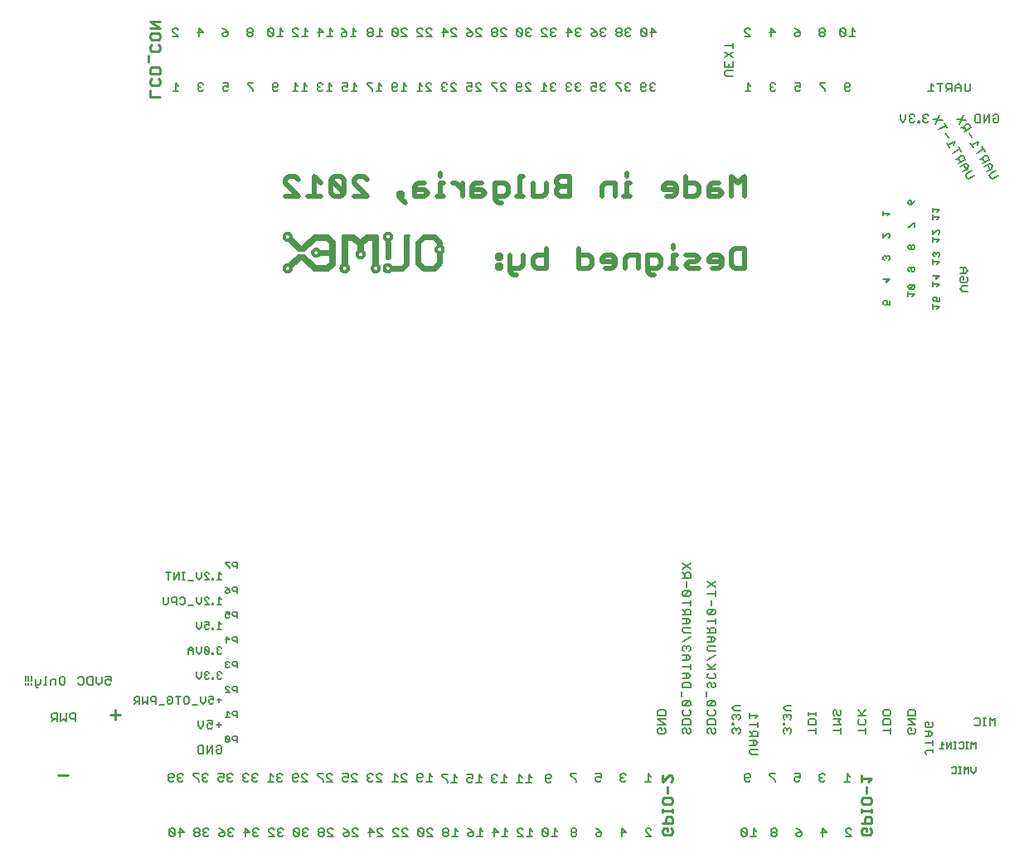
<source format=gbr>
G75*
G70*
%OFA0B0*%
%FSLAX24Y24*%
%IPPOS*%
%LPD*%
%AMOC8*
5,1,8,0,0,1.08239X$1,22.5*
%
%ADD10C,0.0200*%
%ADD11C,0.0080*%
%ADD12C,0.0060*%
%ADD13C,0.0070*%
%ADD14C,0.0110*%
%ADD15C,0.0240*%
%ADD16C,0.0120*%
%ADD17C,0.0100*%
%ADD18C,0.0220*%
%ADD19C,0.0260*%
%ADD20C,0.0140*%
D10*
X025209Y027369D02*
X025342Y027236D01*
X025475Y027236D01*
X025209Y027369D02*
X025209Y028036D01*
X024822Y028036D02*
X024822Y027903D01*
X024688Y027903D01*
X024688Y028036D01*
X024822Y028036D01*
X024822Y027636D02*
X024822Y027502D01*
X024688Y027502D01*
X024688Y027636D01*
X024822Y027636D01*
X025209Y027502D02*
X025609Y027502D01*
X025742Y027636D01*
X025742Y028036D01*
X026129Y027903D02*
X026263Y028036D01*
X026663Y028036D01*
X026663Y028303D02*
X026663Y027502D01*
X026263Y027502D01*
X026129Y027636D01*
X026129Y027903D01*
X027971Y028036D02*
X028371Y028036D01*
X028505Y027903D01*
X028505Y027636D01*
X028371Y027502D01*
X027971Y027502D01*
X027971Y028303D01*
X028892Y027903D02*
X028892Y027769D01*
X029425Y027769D01*
X029425Y027636D02*
X029425Y027903D01*
X029292Y028036D01*
X029025Y028036D01*
X028892Y027903D01*
X029025Y027502D02*
X029292Y027502D01*
X029425Y027636D01*
X029812Y027502D02*
X029812Y027903D01*
X029946Y028036D01*
X030346Y028036D01*
X030346Y027502D01*
X030733Y027502D02*
X031133Y027502D01*
X031267Y027636D01*
X031267Y027903D01*
X031133Y028036D01*
X030733Y028036D01*
X030733Y027369D01*
X030867Y027236D01*
X031000Y027236D01*
X031614Y027502D02*
X031881Y027502D01*
X031747Y027502D02*
X031747Y028036D01*
X031881Y028036D01*
X031747Y028303D02*
X031747Y028437D01*
X032268Y028036D02*
X032668Y028036D01*
X032801Y027903D01*
X032668Y027769D01*
X032401Y027769D01*
X032268Y027636D01*
X032401Y027502D01*
X032801Y027502D01*
X033188Y027769D02*
X033722Y027769D01*
X033722Y027636D02*
X033722Y027903D01*
X033589Y028036D01*
X033322Y028036D01*
X033188Y027903D01*
X033188Y027769D01*
X033322Y027502D02*
X033589Y027502D01*
X033722Y027636D01*
X034109Y027636D02*
X034109Y028170D01*
X034243Y028303D01*
X034643Y028303D01*
X034643Y027502D01*
X034243Y027502D01*
X034109Y027636D01*
X034109Y030402D02*
X034109Y031203D01*
X034376Y030936D01*
X034643Y031203D01*
X034643Y030402D01*
X033722Y030536D02*
X033589Y030402D01*
X033188Y030402D01*
X033188Y030803D01*
X033322Y030936D01*
X033589Y030936D01*
X033589Y030669D02*
X033188Y030669D01*
X033589Y030669D02*
X033722Y030536D01*
X032801Y030536D02*
X032801Y030803D01*
X032668Y030936D01*
X032268Y030936D01*
X032268Y031203D02*
X032268Y030402D01*
X032668Y030402D01*
X032801Y030536D01*
X031881Y030536D02*
X031881Y030803D01*
X031747Y030936D01*
X031480Y030936D01*
X031347Y030803D01*
X031347Y030669D01*
X031881Y030669D01*
X031881Y030536D02*
X031747Y030402D01*
X031480Y030402D01*
X030039Y030402D02*
X029772Y030402D01*
X029906Y030402D02*
X029906Y030936D01*
X030039Y030936D01*
X029906Y031203D02*
X029906Y031337D01*
X029425Y030936D02*
X029025Y030936D01*
X028892Y030803D01*
X028892Y030402D01*
X029425Y030402D02*
X029425Y030936D01*
X027584Y030803D02*
X027184Y030803D01*
X027050Y030669D01*
X027050Y030536D01*
X027184Y030402D01*
X027584Y030402D01*
X027584Y031203D01*
X027184Y031203D01*
X027050Y031070D01*
X027050Y030936D01*
X027184Y030803D01*
X026663Y030936D02*
X026663Y030536D01*
X026530Y030402D01*
X026129Y030402D01*
X026129Y030936D01*
X025742Y031203D02*
X025609Y031203D01*
X025609Y030402D01*
X025742Y030402D02*
X025475Y030402D01*
X025129Y030536D02*
X024995Y030402D01*
X024595Y030402D01*
X024595Y030269D02*
X024595Y030936D01*
X024995Y030936D01*
X025129Y030803D01*
X025129Y030536D01*
X024862Y030136D02*
X024728Y030136D01*
X024595Y030269D01*
X024208Y030536D02*
X024074Y030669D01*
X023674Y030669D01*
X023674Y030803D02*
X023674Y030402D01*
X024074Y030402D01*
X024208Y030536D01*
X024074Y030936D02*
X023807Y030936D01*
X023674Y030803D01*
X023287Y030936D02*
X023287Y030402D01*
X023287Y030669D02*
X023020Y030936D01*
X022887Y030936D01*
X022520Y030936D02*
X022386Y030936D01*
X022386Y030402D01*
X022253Y030402D02*
X022520Y030402D01*
X021906Y030536D02*
X021773Y030669D01*
X021372Y030669D01*
X021372Y030803D02*
X021372Y030402D01*
X021773Y030402D01*
X021906Y030536D01*
X021773Y030936D02*
X021506Y030936D01*
X021372Y030803D01*
X020852Y030536D02*
X020852Y030402D01*
X020718Y030402D01*
X020718Y030536D01*
X020852Y030536D01*
X020718Y030402D02*
X020985Y030136D01*
X019451Y030402D02*
X018917Y030936D01*
X018917Y031070D01*
X019050Y031203D01*
X019317Y031203D01*
X019451Y031070D01*
X019451Y030402D02*
X018917Y030402D01*
X018530Y030536D02*
X017996Y031070D01*
X017996Y030536D01*
X018130Y030402D01*
X018396Y030402D01*
X018530Y030536D01*
X018530Y031070D01*
X018396Y031203D01*
X018130Y031203D01*
X017996Y031070D01*
X017609Y030936D02*
X017342Y031203D01*
X017342Y030402D01*
X017609Y030402D02*
X017075Y030402D01*
X016688Y030402D02*
X016155Y030936D01*
X016155Y031070D01*
X016288Y031203D01*
X016555Y031203D01*
X016688Y031070D01*
X016688Y030402D02*
X016155Y030402D01*
X022386Y031203D02*
X022386Y031337D01*
D11*
X022511Y034642D02*
X022618Y034642D01*
X022671Y034696D01*
X022564Y034803D02*
X022511Y034803D01*
X022458Y034749D01*
X022458Y034696D01*
X022511Y034642D01*
X022511Y034803D02*
X022458Y034856D01*
X022458Y034909D01*
X022511Y034963D01*
X022618Y034963D01*
X022671Y034909D01*
X022826Y034909D02*
X022879Y034963D01*
X022986Y034963D01*
X023040Y034909D01*
X022826Y034909D02*
X022826Y034856D01*
X023040Y034642D01*
X022826Y034642D01*
X022040Y034642D02*
X021826Y034856D01*
X021826Y034909D01*
X021879Y034963D01*
X021986Y034963D01*
X022040Y034909D01*
X022040Y034642D02*
X021826Y034642D01*
X021671Y034642D02*
X021458Y034642D01*
X021564Y034642D02*
X021564Y034963D01*
X021671Y034856D01*
X021040Y034856D02*
X020933Y034963D01*
X020933Y034642D01*
X021040Y034642D02*
X020826Y034642D01*
X020671Y034696D02*
X020618Y034642D01*
X020511Y034642D01*
X020458Y034696D01*
X020458Y034909D01*
X020511Y034963D01*
X020618Y034963D01*
X020671Y034909D01*
X020671Y034856D01*
X020618Y034803D01*
X020458Y034803D01*
X020040Y034856D02*
X019933Y034963D01*
X019933Y034642D01*
X020040Y034642D02*
X019826Y034642D01*
X019671Y034642D02*
X019671Y034696D01*
X019458Y034909D01*
X019458Y034963D01*
X019671Y034963D01*
X019040Y034856D02*
X018933Y034963D01*
X018933Y034642D01*
X019040Y034642D02*
X018826Y034642D01*
X018671Y034696D02*
X018618Y034642D01*
X018511Y034642D01*
X018458Y034696D01*
X018458Y034803D01*
X018511Y034856D01*
X018564Y034856D01*
X018671Y034803D01*
X018671Y034963D01*
X018458Y034963D01*
X018040Y034856D02*
X017933Y034963D01*
X017933Y034642D01*
X018040Y034642D02*
X017826Y034642D01*
X017671Y034696D02*
X017618Y034642D01*
X017511Y034642D01*
X017458Y034696D01*
X017458Y034749D01*
X017511Y034803D01*
X017564Y034803D01*
X017511Y034803D02*
X017458Y034856D01*
X017458Y034909D01*
X017511Y034963D01*
X017618Y034963D01*
X017671Y034909D01*
X017040Y034856D02*
X016933Y034963D01*
X016933Y034642D01*
X017040Y034642D02*
X016826Y034642D01*
X016671Y034642D02*
X016458Y034642D01*
X016564Y034642D02*
X016564Y034963D01*
X016671Y034856D01*
X015871Y034856D02*
X015818Y034803D01*
X015658Y034803D01*
X015658Y034909D02*
X015711Y034963D01*
X015818Y034963D01*
X015871Y034909D01*
X015871Y034856D01*
X015871Y034696D02*
X015818Y034642D01*
X015711Y034642D01*
X015658Y034696D01*
X015658Y034909D01*
X014871Y034963D02*
X014658Y034963D01*
X014658Y034909D01*
X014871Y034696D01*
X014871Y034642D01*
X013871Y034696D02*
X013818Y034642D01*
X013711Y034642D01*
X013658Y034696D01*
X013658Y034803D01*
X013711Y034856D01*
X013764Y034856D01*
X013871Y034803D01*
X013871Y034963D01*
X013658Y034963D01*
X012871Y034909D02*
X012818Y034963D01*
X012711Y034963D01*
X012658Y034909D01*
X012658Y034856D01*
X012711Y034803D01*
X012658Y034749D01*
X012658Y034696D01*
X012711Y034642D01*
X012818Y034642D01*
X012871Y034696D01*
X012764Y034803D02*
X012711Y034803D01*
X011871Y034856D02*
X011764Y034963D01*
X011764Y034642D01*
X011658Y034642D02*
X011871Y034642D01*
X011853Y036842D02*
X011639Y037056D01*
X011639Y037109D01*
X011693Y037163D01*
X011800Y037163D01*
X011853Y037109D01*
X011853Y036842D02*
X011639Y036842D01*
X012639Y037003D02*
X012853Y037003D01*
X012693Y037163D01*
X012693Y036842D01*
X013639Y036896D02*
X013639Y036949D01*
X013693Y037003D01*
X013853Y037003D01*
X013853Y036896D01*
X013800Y036842D01*
X013693Y036842D01*
X013639Y036896D01*
X013746Y037109D02*
X013853Y037003D01*
X013746Y037109D02*
X013639Y037163D01*
X014639Y037109D02*
X014639Y037056D01*
X014693Y037003D01*
X014800Y037003D01*
X014853Y037056D01*
X014853Y037109D01*
X014800Y037163D01*
X014693Y037163D01*
X014639Y037109D01*
X014693Y037003D02*
X014639Y036949D01*
X014639Y036896D01*
X014693Y036842D01*
X014800Y036842D01*
X014853Y036896D01*
X014853Y036949D01*
X014800Y037003D01*
X015471Y037109D02*
X015685Y036896D01*
X015631Y036842D01*
X015524Y036842D01*
X015471Y036896D01*
X015471Y037109D01*
X015524Y037163D01*
X015631Y037163D01*
X015685Y037109D01*
X015685Y036896D01*
X015839Y036842D02*
X016053Y036842D01*
X015946Y036842D02*
X015946Y037163D01*
X016053Y037056D01*
X016471Y037056D02*
X016471Y037109D01*
X016524Y037163D01*
X016631Y037163D01*
X016685Y037109D01*
X016471Y037056D02*
X016685Y036842D01*
X016471Y036842D01*
X016839Y036842D02*
X017053Y036842D01*
X016946Y036842D02*
X016946Y037163D01*
X017053Y037056D01*
X017471Y037003D02*
X017685Y037003D01*
X017524Y037163D01*
X017524Y036842D01*
X017839Y036842D02*
X018053Y036842D01*
X017946Y036842D02*
X017946Y037163D01*
X018053Y037056D01*
X018421Y037163D02*
X018528Y037109D01*
X018635Y037003D01*
X018474Y037003D01*
X018421Y036949D01*
X018421Y036896D01*
X018474Y036842D01*
X018581Y036842D01*
X018635Y036896D01*
X018635Y037003D01*
X018789Y036842D02*
X019003Y036842D01*
X018896Y036842D02*
X018896Y037163D01*
X019003Y037056D01*
X019471Y037056D02*
X019524Y037003D01*
X019631Y037003D01*
X019685Y037056D01*
X019685Y037109D01*
X019631Y037163D01*
X019524Y037163D01*
X019471Y037109D01*
X019471Y037056D01*
X019524Y037003D02*
X019471Y036949D01*
X019471Y036896D01*
X019524Y036842D01*
X019631Y036842D01*
X019685Y036896D01*
X019685Y036949D01*
X019631Y037003D01*
X019839Y036842D02*
X020053Y036842D01*
X019946Y036842D02*
X019946Y037163D01*
X020053Y037056D01*
X020471Y037109D02*
X020685Y036896D01*
X020631Y036842D01*
X020524Y036842D01*
X020471Y036896D01*
X020471Y037109D01*
X020524Y037163D01*
X020631Y037163D01*
X020685Y037109D01*
X020685Y036896D01*
X020839Y036842D02*
X021053Y036842D01*
X020839Y037056D01*
X020839Y037109D01*
X020893Y037163D01*
X021000Y037163D01*
X021053Y037109D01*
X021471Y037109D02*
X021524Y037163D01*
X021631Y037163D01*
X021685Y037109D01*
X021839Y037109D02*
X021893Y037163D01*
X022000Y037163D01*
X022053Y037109D01*
X021839Y037109D02*
X021839Y037056D01*
X022053Y036842D01*
X021839Y036842D01*
X021685Y036842D02*
X021471Y037056D01*
X021471Y037109D01*
X021471Y036842D02*
X021685Y036842D01*
X022471Y037003D02*
X022685Y037003D01*
X022524Y037163D01*
X022524Y036842D01*
X022839Y036842D02*
X023053Y036842D01*
X022839Y037056D01*
X022839Y037109D01*
X022893Y037163D01*
X023000Y037163D01*
X023053Y037109D01*
X023471Y037163D02*
X023578Y037109D01*
X023685Y037003D01*
X023524Y037003D01*
X023471Y036949D01*
X023471Y036896D01*
X023524Y036842D01*
X023631Y036842D01*
X023685Y036896D01*
X023685Y037003D01*
X023839Y037056D02*
X023839Y037109D01*
X023893Y037163D01*
X024000Y037163D01*
X024053Y037109D01*
X023839Y037056D02*
X024053Y036842D01*
X023839Y036842D01*
X024471Y036896D02*
X024524Y036842D01*
X024631Y036842D01*
X024685Y036896D01*
X024685Y036949D01*
X024631Y037003D01*
X024524Y037003D01*
X024471Y036949D01*
X024471Y036896D01*
X024524Y037003D02*
X024471Y037056D01*
X024471Y037109D01*
X024524Y037163D01*
X024631Y037163D01*
X024685Y037109D01*
X024685Y037056D01*
X024631Y037003D01*
X024839Y037056D02*
X024839Y037109D01*
X024893Y037163D01*
X025000Y037163D01*
X025053Y037109D01*
X024839Y037056D02*
X025053Y036842D01*
X024839Y036842D01*
X025471Y036896D02*
X025524Y036842D01*
X025631Y036842D01*
X025685Y036896D01*
X025471Y037109D01*
X025471Y036896D01*
X025471Y037109D02*
X025524Y037163D01*
X025631Y037163D01*
X025685Y037109D01*
X025685Y036896D01*
X025839Y036896D02*
X025893Y036842D01*
X026000Y036842D01*
X026053Y036896D01*
X025946Y037003D02*
X025893Y037003D01*
X025839Y036949D01*
X025839Y036896D01*
X025893Y037003D02*
X025839Y037056D01*
X025839Y037109D01*
X025893Y037163D01*
X026000Y037163D01*
X026053Y037109D01*
X026471Y037109D02*
X026524Y037163D01*
X026631Y037163D01*
X026685Y037109D01*
X026839Y037109D02*
X026839Y037056D01*
X026893Y037003D01*
X026839Y036949D01*
X026839Y036896D01*
X026893Y036842D01*
X027000Y036842D01*
X027053Y036896D01*
X026946Y037003D02*
X026893Y037003D01*
X026839Y037109D02*
X026893Y037163D01*
X027000Y037163D01*
X027053Y037109D01*
X027471Y037003D02*
X027685Y037003D01*
X027524Y037163D01*
X027524Y036842D01*
X027839Y036896D02*
X027893Y036842D01*
X028000Y036842D01*
X028053Y036896D01*
X027946Y037003D02*
X027893Y037003D01*
X027839Y036949D01*
X027839Y036896D01*
X027893Y037003D02*
X027839Y037056D01*
X027839Y037109D01*
X027893Y037163D01*
X028000Y037163D01*
X028053Y037109D01*
X028471Y037163D02*
X028578Y037109D01*
X028685Y037003D01*
X028524Y037003D01*
X028471Y036949D01*
X028471Y036896D01*
X028524Y036842D01*
X028631Y036842D01*
X028685Y036896D01*
X028685Y037003D01*
X028839Y037056D02*
X028893Y037003D01*
X028839Y036949D01*
X028839Y036896D01*
X028893Y036842D01*
X029000Y036842D01*
X029053Y036896D01*
X028946Y037003D02*
X028893Y037003D01*
X028839Y037056D02*
X028839Y037109D01*
X028893Y037163D01*
X029000Y037163D01*
X029053Y037109D01*
X029471Y037109D02*
X029471Y037056D01*
X029524Y037003D01*
X029631Y037003D01*
X029685Y037056D01*
X029685Y037109D01*
X029631Y037163D01*
X029524Y037163D01*
X029471Y037109D01*
X029524Y037003D02*
X029471Y036949D01*
X029471Y036896D01*
X029524Y036842D01*
X029631Y036842D01*
X029685Y036896D01*
X029685Y036949D01*
X029631Y037003D01*
X029839Y037056D02*
X029893Y037003D01*
X029839Y036949D01*
X029839Y036896D01*
X029893Y036842D01*
X030000Y036842D01*
X030053Y036896D01*
X029946Y037003D02*
X029893Y037003D01*
X029839Y037056D02*
X029839Y037109D01*
X029893Y037163D01*
X030000Y037163D01*
X030053Y037109D01*
X030471Y037109D02*
X030685Y036896D01*
X030631Y036842D01*
X030524Y036842D01*
X030471Y036896D01*
X030471Y037109D01*
X030524Y037163D01*
X030631Y037163D01*
X030685Y037109D01*
X030685Y036896D01*
X030839Y037003D02*
X031053Y037003D01*
X030893Y037163D01*
X030893Y036842D01*
X030879Y034963D02*
X030826Y034909D01*
X030826Y034856D01*
X030879Y034803D01*
X030826Y034749D01*
X030826Y034696D01*
X030879Y034642D01*
X030986Y034642D01*
X031040Y034696D01*
X030933Y034803D02*
X030879Y034803D01*
X030879Y034963D02*
X030986Y034963D01*
X031040Y034909D01*
X030671Y034909D02*
X030671Y034856D01*
X030618Y034803D01*
X030458Y034803D01*
X030458Y034909D02*
X030511Y034963D01*
X030618Y034963D01*
X030671Y034909D01*
X030671Y034696D02*
X030618Y034642D01*
X030511Y034642D01*
X030458Y034696D01*
X030458Y034909D01*
X030040Y034909D02*
X029986Y034963D01*
X029879Y034963D01*
X029826Y034909D01*
X029826Y034856D01*
X029879Y034803D01*
X029826Y034749D01*
X029826Y034696D01*
X029879Y034642D01*
X029986Y034642D01*
X030040Y034696D01*
X029933Y034803D02*
X029879Y034803D01*
X029671Y034696D02*
X029671Y034642D01*
X029671Y034696D02*
X029458Y034909D01*
X029458Y034963D01*
X029671Y034963D01*
X029040Y034909D02*
X028986Y034963D01*
X028879Y034963D01*
X028826Y034909D01*
X028826Y034856D01*
X028879Y034803D01*
X028826Y034749D01*
X028826Y034696D01*
X028879Y034642D01*
X028986Y034642D01*
X029040Y034696D01*
X028933Y034803D02*
X028879Y034803D01*
X028671Y034803D02*
X028564Y034856D01*
X028511Y034856D01*
X028458Y034803D01*
X028458Y034696D01*
X028511Y034642D01*
X028618Y034642D01*
X028671Y034696D01*
X028671Y034803D02*
X028671Y034963D01*
X028458Y034963D01*
X028040Y034909D02*
X027986Y034963D01*
X027879Y034963D01*
X027826Y034909D01*
X027826Y034856D01*
X027879Y034803D01*
X027826Y034749D01*
X027826Y034696D01*
X027879Y034642D01*
X027986Y034642D01*
X028040Y034696D01*
X027933Y034803D02*
X027879Y034803D01*
X027671Y034909D02*
X027618Y034963D01*
X027511Y034963D01*
X027458Y034909D01*
X027458Y034856D01*
X027511Y034803D01*
X027458Y034749D01*
X027458Y034696D01*
X027511Y034642D01*
X027618Y034642D01*
X027671Y034696D01*
X027564Y034803D02*
X027511Y034803D01*
X027040Y034909D02*
X026986Y034963D01*
X026879Y034963D01*
X026826Y034909D01*
X026826Y034856D01*
X026879Y034803D01*
X026826Y034749D01*
X026826Y034696D01*
X026879Y034642D01*
X026986Y034642D01*
X027040Y034696D01*
X026933Y034803D02*
X026879Y034803D01*
X026671Y034856D02*
X026564Y034963D01*
X026564Y034642D01*
X026458Y034642D02*
X026671Y034642D01*
X026040Y034642D02*
X025826Y034856D01*
X025826Y034909D01*
X025879Y034963D01*
X025986Y034963D01*
X026040Y034909D01*
X026040Y034642D02*
X025826Y034642D01*
X025671Y034696D02*
X025618Y034642D01*
X025511Y034642D01*
X025458Y034696D01*
X025458Y034909D01*
X025511Y034963D01*
X025618Y034963D01*
X025671Y034909D01*
X025671Y034856D01*
X025618Y034803D01*
X025458Y034803D01*
X025040Y034909D02*
X024986Y034963D01*
X024879Y034963D01*
X024826Y034909D01*
X024826Y034856D01*
X025040Y034642D01*
X024826Y034642D01*
X024671Y034642D02*
X024671Y034696D01*
X024458Y034909D01*
X024458Y034963D01*
X024671Y034963D01*
X024040Y034909D02*
X023986Y034963D01*
X023879Y034963D01*
X023826Y034909D01*
X023826Y034856D01*
X024040Y034642D01*
X023826Y034642D01*
X023671Y034696D02*
X023618Y034642D01*
X023511Y034642D01*
X023458Y034696D01*
X023458Y034803D01*
X023511Y034856D01*
X023564Y034856D01*
X023671Y034803D01*
X023671Y034963D01*
X023458Y034963D01*
X026471Y036842D02*
X026685Y036842D01*
X026471Y037056D01*
X026471Y037109D01*
X033833Y036471D02*
X034153Y036471D01*
X034153Y036364D02*
X034153Y036578D01*
X034153Y036209D02*
X033833Y035996D01*
X033833Y035841D02*
X033833Y035628D01*
X034153Y035628D01*
X034153Y035841D01*
X034153Y035996D02*
X033833Y036209D01*
X033993Y035734D02*
X033993Y035628D01*
X033886Y035473D02*
X034153Y035473D01*
X034153Y035259D02*
X033886Y035259D01*
X033833Y035313D01*
X033833Y035419D01*
X033886Y035473D01*
X034764Y034963D02*
X034764Y034642D01*
X034658Y034642D02*
X034871Y034642D01*
X034871Y034856D02*
X034764Y034963D01*
X035658Y034909D02*
X035658Y034856D01*
X035711Y034803D01*
X035658Y034749D01*
X035658Y034696D01*
X035711Y034642D01*
X035818Y034642D01*
X035871Y034696D01*
X035764Y034803D02*
X035711Y034803D01*
X035658Y034909D02*
X035711Y034963D01*
X035818Y034963D01*
X035871Y034909D01*
X036658Y034963D02*
X036871Y034963D01*
X036871Y034803D01*
X036764Y034856D01*
X036711Y034856D01*
X036658Y034803D01*
X036658Y034696D01*
X036711Y034642D01*
X036818Y034642D01*
X036871Y034696D01*
X037658Y034909D02*
X037871Y034696D01*
X037871Y034642D01*
X037871Y034963D02*
X037658Y034963D01*
X037658Y034909D01*
X038658Y034909D02*
X038711Y034963D01*
X038818Y034963D01*
X038871Y034909D01*
X038871Y034856D01*
X038818Y034803D01*
X038658Y034803D01*
X038658Y034909D02*
X038658Y034696D01*
X038711Y034642D01*
X038818Y034642D01*
X038871Y034696D01*
X040888Y033713D02*
X040888Y033499D01*
X040995Y033392D01*
X041101Y033499D01*
X041101Y033713D01*
X041256Y033659D02*
X041256Y033606D01*
X041309Y033553D01*
X041256Y033499D01*
X041256Y033446D01*
X041309Y033392D01*
X041416Y033392D01*
X041470Y033446D01*
X041600Y033446D02*
X041600Y033392D01*
X041654Y033392D01*
X041654Y033446D01*
X041600Y033446D01*
X041809Y033446D02*
X041862Y033392D01*
X041969Y033392D01*
X042022Y033446D01*
X041915Y033553D02*
X041862Y033553D01*
X041809Y033499D01*
X041809Y033446D01*
X041862Y033553D02*
X041809Y033606D01*
X041809Y033659D01*
X041862Y033713D01*
X041969Y033713D01*
X042022Y033659D01*
X042199Y033513D02*
X042583Y033488D01*
X042660Y033354D02*
X042767Y033169D01*
X042714Y033261D02*
X042436Y033101D01*
X042305Y033328D02*
X042476Y033673D01*
X043159Y033513D02*
X043543Y033488D01*
X043574Y033327D02*
X043482Y033274D01*
X043462Y033201D01*
X043542Y033062D01*
X043450Y033009D02*
X043727Y033169D01*
X043647Y033308D01*
X043574Y033327D01*
X043489Y033155D02*
X043343Y033194D01*
X043265Y033328D02*
X043436Y033673D01*
X043888Y033659D02*
X043941Y033713D01*
X044101Y033713D01*
X044101Y033392D01*
X043941Y033392D01*
X043888Y033446D01*
X043888Y033659D01*
X044256Y033713D02*
X044256Y033392D01*
X044470Y033713D01*
X044470Y033392D01*
X044624Y033446D02*
X044678Y033392D01*
X044784Y033392D01*
X044838Y033446D01*
X044838Y033659D01*
X044784Y033713D01*
X044678Y033713D01*
X044624Y033659D01*
X044624Y033553D02*
X044731Y033553D01*
X044624Y033553D02*
X044624Y033446D01*
X044042Y032624D02*
X043765Y032463D01*
X043818Y032371D02*
X043711Y032556D01*
X043772Y032770D02*
X043666Y032955D01*
X044042Y032624D02*
X044003Y032478D01*
X044173Y032397D02*
X044279Y032212D01*
X044226Y032305D02*
X043949Y032144D01*
X044079Y031918D02*
X044225Y031879D01*
X044199Y031925D02*
X044279Y031786D01*
X044186Y031733D02*
X044464Y031893D01*
X044383Y032032D01*
X044311Y032051D01*
X044218Y031998D01*
X044199Y031925D01*
X044402Y031679D02*
X044509Y031494D01*
X044555Y031521D02*
X044594Y031667D01*
X044448Y031706D01*
X044264Y031599D01*
X044370Y031414D02*
X044555Y031521D01*
X044725Y031440D02*
X044494Y031307D01*
X044474Y031234D01*
X044528Y031141D01*
X044601Y031122D01*
X044832Y031255D01*
X043872Y031255D02*
X043641Y031122D01*
X043568Y031141D01*
X043514Y031234D01*
X043534Y031307D01*
X043765Y031440D01*
X043595Y031521D02*
X043634Y031667D01*
X043488Y031706D01*
X043304Y031599D01*
X043226Y031733D02*
X043504Y031893D01*
X043423Y032032D01*
X043351Y032051D01*
X043258Y031998D01*
X043239Y031925D01*
X043319Y031786D01*
X043265Y031879D02*
X043119Y031918D01*
X042989Y032144D02*
X043266Y032305D01*
X043213Y032397D02*
X043319Y032212D01*
X043043Y032478D02*
X043082Y032624D01*
X042805Y032463D01*
X042858Y032371D02*
X042751Y032556D01*
X042812Y032770D02*
X042706Y032955D01*
X041470Y033659D02*
X041416Y033713D01*
X041309Y033713D01*
X041256Y033659D01*
X041309Y033553D02*
X041363Y033553D01*
X042006Y034632D02*
X042220Y034632D01*
X042113Y034632D02*
X042113Y034953D01*
X042220Y034846D01*
X042374Y034953D02*
X042588Y034953D01*
X042481Y034953D02*
X042481Y034632D01*
X042743Y034632D02*
X042850Y034739D01*
X042796Y034739D02*
X042956Y034739D01*
X042956Y034632D02*
X042956Y034953D01*
X042796Y034953D01*
X042743Y034899D01*
X042743Y034793D01*
X042796Y034739D01*
X043111Y034793D02*
X043325Y034793D01*
X043325Y034846D02*
X043218Y034953D01*
X043111Y034846D01*
X043111Y034632D01*
X043325Y034632D02*
X043325Y034846D01*
X043479Y034953D02*
X043479Y034686D01*
X043533Y034632D01*
X043640Y034632D01*
X043693Y034686D01*
X043693Y034953D01*
X043442Y031679D02*
X043549Y031494D01*
X043595Y031521D02*
X043410Y031414D01*
X043443Y027533D02*
X043443Y027319D01*
X043496Y027319D02*
X043603Y027426D01*
X043496Y027533D01*
X043283Y027533D01*
X043283Y027319D02*
X043496Y027319D01*
X043443Y027164D02*
X043443Y027057D01*
X043443Y027164D02*
X043336Y027164D01*
X043283Y027111D01*
X043283Y027004D01*
X043336Y026951D01*
X043550Y026951D01*
X043603Y027004D01*
X043603Y027111D01*
X043550Y027164D01*
X043603Y026796D02*
X043390Y026796D01*
X043283Y026689D01*
X043390Y026582D01*
X043603Y026582D01*
X039053Y036842D02*
X038839Y036842D01*
X038946Y036842D02*
X038946Y037163D01*
X039053Y037056D01*
X038685Y037109D02*
X038631Y037163D01*
X038524Y037163D01*
X038471Y037109D01*
X038685Y036896D01*
X038631Y036842D01*
X038524Y036842D01*
X038471Y036896D01*
X038471Y037109D01*
X038685Y037109D02*
X038685Y036896D01*
X037853Y036896D02*
X037853Y036949D01*
X037800Y037003D01*
X037693Y037003D01*
X037639Y036949D01*
X037639Y036896D01*
X037693Y036842D01*
X037800Y036842D01*
X037853Y036896D01*
X037800Y037003D02*
X037853Y037056D01*
X037853Y037109D01*
X037800Y037163D01*
X037693Y037163D01*
X037639Y037109D01*
X037639Y037056D01*
X037693Y037003D01*
X036853Y037003D02*
X036693Y037003D01*
X036639Y036949D01*
X036639Y036896D01*
X036693Y036842D01*
X036800Y036842D01*
X036853Y036896D01*
X036853Y037003D01*
X036746Y037109D01*
X036639Y037163D01*
X035853Y037003D02*
X035639Y037003D01*
X035693Y037163D02*
X035853Y037003D01*
X035693Y036842D02*
X035693Y037163D01*
X034853Y037109D02*
X034800Y037163D01*
X034693Y037163D01*
X034639Y037109D01*
X034639Y037056D01*
X034853Y036842D01*
X034639Y036842D01*
X032453Y015635D02*
X032133Y015422D01*
X032133Y015267D02*
X032240Y015160D01*
X032240Y015214D02*
X032240Y015054D01*
X032133Y015054D02*
X032453Y015054D01*
X032453Y015214D01*
X032400Y015267D01*
X032293Y015267D01*
X032240Y015214D01*
X032453Y015422D02*
X032133Y015635D01*
X032293Y014899D02*
X032293Y014685D01*
X032400Y014531D02*
X032186Y014531D01*
X032133Y014477D01*
X032133Y014370D01*
X032186Y014317D01*
X032400Y014531D01*
X032453Y014477D01*
X032453Y014370D01*
X032400Y014317D01*
X032186Y014317D01*
X032133Y014055D02*
X032453Y014055D01*
X032453Y013949D02*
X032453Y014162D01*
X032400Y013794D02*
X032293Y013794D01*
X032240Y013741D01*
X032240Y013580D01*
X032133Y013580D02*
X032453Y013580D01*
X032453Y013741D01*
X032400Y013794D01*
X032240Y013687D02*
X032133Y013794D01*
X032133Y013426D02*
X032346Y013426D01*
X032453Y013319D01*
X032346Y013212D01*
X032133Y013212D01*
X032293Y013212D02*
X032293Y013426D01*
X032186Y013057D02*
X032453Y013057D01*
X032453Y012844D02*
X032186Y012844D01*
X032133Y012897D01*
X032133Y013004D01*
X032186Y013057D01*
X032453Y012689D02*
X032133Y012476D01*
X032186Y012321D02*
X032133Y012267D01*
X032133Y012161D01*
X032186Y012107D01*
X032293Y012214D02*
X032293Y012267D01*
X032240Y012321D01*
X032186Y012321D01*
X032293Y012267D02*
X032346Y012321D01*
X032400Y012321D01*
X032453Y012267D01*
X032453Y012161D01*
X032400Y012107D01*
X032346Y011952D02*
X032133Y011952D01*
X032293Y011952D02*
X032293Y011739D01*
X032346Y011739D02*
X032453Y011846D01*
X032346Y011952D01*
X032346Y011739D02*
X032133Y011739D01*
X032133Y011477D02*
X032453Y011477D01*
X032453Y011371D02*
X032453Y011584D01*
X032346Y011216D02*
X032133Y011216D01*
X032293Y011216D02*
X032293Y011002D01*
X032346Y011002D02*
X032453Y011109D01*
X032346Y011216D01*
X032346Y011002D02*
X032133Y011002D01*
X032186Y010847D02*
X032400Y010847D01*
X032453Y010794D01*
X032453Y010634D01*
X032133Y010634D01*
X032133Y010794D01*
X032186Y010847D01*
X032080Y010479D02*
X032080Y010266D01*
X032186Y010111D02*
X032133Y010057D01*
X032133Y009951D01*
X032186Y009897D01*
X032400Y010111D01*
X032186Y010111D01*
X032186Y009897D02*
X032400Y009897D01*
X032453Y009951D01*
X032453Y010057D01*
X032400Y010111D01*
X032400Y009743D02*
X032453Y009689D01*
X032453Y009582D01*
X032400Y009529D01*
X032186Y009529D01*
X032133Y009582D01*
X032133Y009689D01*
X032186Y009743D01*
X032186Y009374D02*
X032400Y009374D01*
X032453Y009321D01*
X032453Y009161D01*
X032133Y009161D01*
X032133Y009321D01*
X032186Y009374D01*
X032186Y009006D02*
X032133Y008953D01*
X032133Y008846D01*
X032186Y008792D01*
X032293Y008846D02*
X032293Y008953D01*
X032240Y009006D01*
X032186Y009006D01*
X032293Y008846D02*
X032346Y008792D01*
X032400Y008792D01*
X032453Y008846D01*
X032453Y008953D01*
X032400Y009006D01*
X033133Y008953D02*
X033133Y008846D01*
X033186Y008792D01*
X033293Y008846D02*
X033293Y008953D01*
X033240Y009006D01*
X033186Y009006D01*
X033133Y008953D01*
X033293Y008846D02*
X033346Y008792D01*
X033400Y008792D01*
X033453Y008846D01*
X033453Y008953D01*
X033400Y009006D01*
X033453Y009161D02*
X033453Y009321D01*
X033400Y009374D01*
X033186Y009374D01*
X033133Y009321D01*
X033133Y009161D01*
X033453Y009161D01*
X033400Y009529D02*
X033186Y009529D01*
X033133Y009582D01*
X033133Y009689D01*
X033186Y009743D01*
X033186Y009897D02*
X033400Y010111D01*
X033186Y010111D01*
X033133Y010057D01*
X033133Y009951D01*
X033186Y009897D01*
X033400Y009897D01*
X033453Y009951D01*
X033453Y010057D01*
X033400Y010111D01*
X033080Y010266D02*
X033080Y010479D01*
X033186Y010634D02*
X033133Y010687D01*
X033133Y010794D01*
X033186Y010847D01*
X033240Y010847D01*
X033293Y010794D01*
X033293Y010687D01*
X033346Y010634D01*
X033400Y010634D01*
X033453Y010687D01*
X033453Y010794D01*
X033400Y010847D01*
X033400Y011002D02*
X033186Y011002D01*
X033133Y011056D01*
X033133Y011162D01*
X033186Y011216D01*
X033133Y011371D02*
X033453Y011371D01*
X033400Y011216D02*
X033453Y011162D01*
X033453Y011056D01*
X033400Y011002D01*
X033240Y011371D02*
X033453Y011584D01*
X033293Y011424D02*
X033133Y011584D01*
X033133Y011739D02*
X033453Y011952D01*
X033453Y012107D02*
X033186Y012107D01*
X033133Y012161D01*
X033133Y012267D01*
X033186Y012321D01*
X033453Y012321D01*
X033346Y012476D02*
X033453Y012582D01*
X033346Y012689D01*
X033133Y012689D01*
X033133Y012844D02*
X033453Y012844D01*
X033453Y013004D01*
X033400Y013057D01*
X033293Y013057D01*
X033240Y013004D01*
X033240Y012844D01*
X033240Y012951D02*
X033133Y013057D01*
X033133Y013319D02*
X033453Y013319D01*
X033453Y013212D02*
X033453Y013426D01*
X033400Y013580D02*
X033186Y013580D01*
X033400Y013794D01*
X033186Y013794D01*
X033133Y013741D01*
X033133Y013634D01*
X033186Y013580D01*
X033400Y013580D02*
X033453Y013634D01*
X033453Y013741D01*
X033400Y013794D01*
X033293Y013949D02*
X033293Y014162D01*
X033453Y014317D02*
X033453Y014531D01*
X033453Y014424D02*
X033133Y014424D01*
X033133Y014685D02*
X033453Y014899D01*
X033453Y014685D02*
X033133Y014899D01*
X033293Y012689D02*
X033293Y012476D01*
X033346Y012476D02*
X033133Y012476D01*
X033400Y009743D02*
X033453Y009689D01*
X033453Y009582D01*
X033400Y009529D01*
X034133Y009505D02*
X034133Y009398D01*
X034186Y009345D01*
X034186Y009214D02*
X034133Y009214D01*
X034133Y009161D01*
X034186Y009161D01*
X034186Y009214D01*
X034186Y009006D02*
X034133Y008953D01*
X034133Y008846D01*
X034186Y008792D01*
X034293Y008899D02*
X034293Y008953D01*
X034240Y009006D01*
X034186Y009006D01*
X034293Y008953D02*
X034346Y009006D01*
X034400Y009006D01*
X034453Y008953D01*
X034453Y008846D01*
X034400Y008792D01*
X034833Y008893D02*
X034940Y008786D01*
X034940Y008839D02*
X034940Y008679D01*
X034833Y008679D02*
X035153Y008679D01*
X035153Y008839D01*
X035100Y008893D01*
X034993Y008893D01*
X034940Y008839D01*
X035153Y009047D02*
X035153Y009261D01*
X035153Y009154D02*
X034833Y009154D01*
X034833Y009416D02*
X034833Y009629D01*
X034833Y009522D02*
X035153Y009522D01*
X035046Y009416D01*
X034453Y009398D02*
X034453Y009505D01*
X034400Y009558D01*
X034346Y009558D01*
X034293Y009505D01*
X034240Y009558D01*
X034186Y009558D01*
X034133Y009505D01*
X034293Y009505D02*
X034293Y009452D01*
X034400Y009345D02*
X034453Y009398D01*
X034453Y009713D02*
X034240Y009713D01*
X034133Y009820D01*
X034240Y009927D01*
X034453Y009927D01*
X034833Y008524D02*
X035046Y008524D01*
X035153Y008417D01*
X035046Y008311D01*
X034833Y008311D01*
X034993Y008311D02*
X034993Y008524D01*
X034886Y008156D02*
X035153Y008156D01*
X035153Y007942D02*
X034886Y007942D01*
X034833Y007996D01*
X034833Y008103D01*
X034886Y008156D01*
X036183Y008846D02*
X036183Y008953D01*
X036236Y009006D01*
X036290Y009006D01*
X036343Y008953D01*
X036343Y008899D01*
X036343Y008953D02*
X036396Y009006D01*
X036450Y009006D01*
X036503Y008953D01*
X036503Y008846D01*
X036450Y008792D01*
X036236Y008792D02*
X036183Y008846D01*
X036183Y009161D02*
X036183Y009214D01*
X036236Y009214D01*
X036236Y009161D01*
X036183Y009161D01*
X036236Y009345D02*
X036183Y009398D01*
X036183Y009505D01*
X036236Y009558D01*
X036290Y009558D01*
X036343Y009505D01*
X036343Y009452D01*
X036343Y009505D02*
X036396Y009558D01*
X036450Y009558D01*
X036503Y009505D01*
X036503Y009398D01*
X036450Y009345D01*
X036503Y009713D02*
X036290Y009713D01*
X036183Y009820D01*
X036290Y009927D01*
X036503Y009927D01*
X037183Y009636D02*
X037183Y009529D01*
X037183Y009582D02*
X037503Y009582D01*
X037503Y009529D02*
X037503Y009636D01*
X037450Y009374D02*
X037503Y009321D01*
X037503Y009161D01*
X037183Y009161D01*
X037183Y009321D01*
X037236Y009374D01*
X037450Y009374D01*
X037503Y009006D02*
X037503Y008792D01*
X037503Y008899D02*
X037183Y008899D01*
X038183Y008899D02*
X038503Y008899D01*
X038503Y008792D02*
X038503Y009006D01*
X038503Y009161D02*
X038396Y009267D01*
X038503Y009374D01*
X038183Y009374D01*
X038236Y009529D02*
X038183Y009582D01*
X038183Y009689D01*
X038236Y009743D01*
X038290Y009743D01*
X038343Y009689D01*
X038343Y009582D01*
X038396Y009529D01*
X038450Y009529D01*
X038503Y009582D01*
X038503Y009689D01*
X038450Y009743D01*
X039183Y009743D02*
X039343Y009582D01*
X039290Y009529D02*
X039503Y009743D01*
X039503Y009529D02*
X039183Y009529D01*
X039236Y009374D02*
X039183Y009321D01*
X039183Y009214D01*
X039236Y009161D01*
X039450Y009161D01*
X039503Y009214D01*
X039503Y009321D01*
X039450Y009374D01*
X039503Y009006D02*
X039503Y008792D01*
X039503Y008899D02*
X039183Y008899D01*
X038503Y009161D02*
X038183Y009161D01*
X040183Y009161D02*
X040183Y009321D01*
X040236Y009374D01*
X040450Y009374D01*
X040503Y009321D01*
X040503Y009161D01*
X040183Y009161D01*
X040183Y008899D02*
X040503Y008899D01*
X040503Y008792D02*
X040503Y009006D01*
X040450Y009529D02*
X040236Y009529D01*
X040183Y009582D01*
X040183Y009689D01*
X040236Y009743D01*
X040450Y009743D01*
X040503Y009689D01*
X040503Y009582D01*
X040450Y009529D01*
X041183Y009529D02*
X041183Y009689D01*
X041236Y009743D01*
X041450Y009743D01*
X041503Y009689D01*
X041503Y009529D01*
X041183Y009529D01*
X041183Y009374D02*
X041503Y009374D01*
X041503Y009161D02*
X041183Y009161D01*
X041236Y009006D02*
X041183Y008953D01*
X041183Y008846D01*
X041236Y008792D01*
X041450Y008792D01*
X041503Y008846D01*
X041503Y008953D01*
X041450Y009006D01*
X041343Y009006D02*
X041343Y008899D01*
X041343Y009006D02*
X041236Y009006D01*
X041503Y009161D02*
X041183Y009374D01*
X041883Y009207D02*
X041936Y009261D01*
X042043Y009261D01*
X042043Y009154D01*
X041936Y009047D02*
X041883Y009101D01*
X041883Y009207D01*
X041936Y009047D02*
X042150Y009047D01*
X042203Y009101D01*
X042203Y009207D01*
X042150Y009261D01*
X042096Y008893D02*
X041883Y008893D01*
X042043Y008893D02*
X042043Y008679D01*
X042096Y008679D02*
X042203Y008786D01*
X042096Y008893D01*
X042096Y008679D02*
X041883Y008679D01*
X041883Y008417D02*
X042203Y008417D01*
X042203Y008311D02*
X042203Y008524D01*
X042203Y008156D02*
X042203Y008049D01*
X042203Y008103D02*
X041936Y008103D01*
X041883Y008049D01*
X041883Y007996D01*
X041936Y007942D01*
X043866Y009156D02*
X043919Y009102D01*
X044026Y009102D01*
X044079Y009156D01*
X044079Y009369D01*
X044026Y009423D01*
X043919Y009423D01*
X043866Y009369D01*
X044218Y009423D02*
X044325Y009423D01*
X044271Y009423D02*
X044271Y009102D01*
X044218Y009102D02*
X044325Y009102D01*
X044479Y009102D02*
X044479Y009423D01*
X044586Y009316D01*
X044693Y009423D01*
X044693Y009102D01*
X038853Y007056D02*
X038746Y007163D01*
X038746Y006842D01*
X038853Y006842D02*
X038639Y006842D01*
X037853Y006896D02*
X037800Y006842D01*
X037693Y006842D01*
X037639Y006896D01*
X037639Y006949D01*
X037693Y007003D01*
X037746Y007003D01*
X037693Y007003D02*
X037639Y007056D01*
X037639Y007109D01*
X037693Y007163D01*
X037800Y007163D01*
X037853Y007109D01*
X036853Y007163D02*
X036853Y007003D01*
X036746Y007056D01*
X036693Y007056D01*
X036639Y007003D01*
X036639Y006896D01*
X036693Y006842D01*
X036800Y006842D01*
X036853Y006896D01*
X036853Y007163D02*
X036639Y007163D01*
X035853Y007163D02*
X035639Y007163D01*
X035639Y007109D01*
X035853Y006896D01*
X035853Y006842D01*
X034853Y006896D02*
X034800Y006842D01*
X034693Y006842D01*
X034639Y006896D01*
X034639Y007109D01*
X034693Y007163D01*
X034800Y007163D01*
X034853Y007109D01*
X034853Y007056D01*
X034800Y007003D01*
X034639Y007003D01*
X034668Y004963D02*
X034561Y004963D01*
X034508Y004909D01*
X034721Y004696D01*
X034668Y004642D01*
X034561Y004642D01*
X034508Y004696D01*
X034508Y004909D01*
X034668Y004963D02*
X034721Y004909D01*
X034721Y004696D01*
X034876Y004642D02*
X035090Y004642D01*
X034983Y004642D02*
X034983Y004963D01*
X035090Y004856D01*
X035708Y004856D02*
X035761Y004803D01*
X035868Y004803D01*
X035921Y004856D01*
X035921Y004909D01*
X035868Y004963D01*
X035761Y004963D01*
X035708Y004909D01*
X035708Y004856D01*
X035761Y004803D02*
X035708Y004749D01*
X035708Y004696D01*
X035761Y004642D01*
X035868Y004642D01*
X035921Y004696D01*
X035921Y004749D01*
X035868Y004803D01*
X036708Y004749D02*
X036761Y004803D01*
X036921Y004803D01*
X036921Y004696D01*
X036868Y004642D01*
X036761Y004642D01*
X036708Y004696D01*
X036708Y004749D01*
X036814Y004909D02*
X036708Y004963D01*
X036814Y004909D02*
X036921Y004803D01*
X037708Y004803D02*
X037921Y004803D01*
X037761Y004963D01*
X037761Y004642D01*
X038708Y004642D02*
X038921Y004642D01*
X038708Y004856D01*
X038708Y004909D01*
X038761Y004963D01*
X038868Y004963D01*
X038921Y004909D01*
X031453Y008846D02*
X031400Y008792D01*
X031186Y008792D01*
X031133Y008846D01*
X031133Y008953D01*
X031186Y009006D01*
X031293Y009006D01*
X031293Y008899D01*
X031400Y009006D02*
X031453Y008953D01*
X031453Y008846D01*
X031453Y009161D02*
X031133Y009161D01*
X031133Y009374D02*
X031453Y009374D01*
X031453Y009529D02*
X031453Y009689D01*
X031400Y009743D01*
X031186Y009743D01*
X031133Y009689D01*
X031133Y009529D01*
X031453Y009529D01*
X031133Y009374D02*
X031453Y009161D01*
X030746Y007163D02*
X030746Y006842D01*
X030853Y006842D02*
X030639Y006842D01*
X030853Y007056D02*
X030746Y007163D01*
X029853Y007109D02*
X029800Y007163D01*
X029693Y007163D01*
X029639Y007109D01*
X029639Y007056D01*
X029693Y007003D01*
X029639Y006949D01*
X029639Y006896D01*
X029693Y006842D01*
X029800Y006842D01*
X029853Y006896D01*
X029746Y007003D02*
X029693Y007003D01*
X028853Y007003D02*
X028746Y007056D01*
X028693Y007056D01*
X028639Y007003D01*
X028639Y006896D01*
X028693Y006842D01*
X028800Y006842D01*
X028853Y006896D01*
X028853Y007003D02*
X028853Y007163D01*
X028639Y007163D01*
X027853Y007163D02*
X027639Y007163D01*
X027639Y007109D01*
X027853Y006896D01*
X027853Y006842D01*
X026853Y006876D02*
X026800Y006822D01*
X026693Y006822D01*
X026639Y006876D01*
X026639Y007089D01*
X026693Y007143D01*
X026800Y007143D01*
X026853Y007089D01*
X026853Y007036D01*
X026800Y006983D01*
X026639Y006983D01*
X026053Y007026D02*
X025946Y007133D01*
X025946Y006812D01*
X026053Y006812D02*
X025839Y006812D01*
X025685Y006812D02*
X025471Y006812D01*
X025578Y006812D02*
X025578Y007133D01*
X025685Y007026D01*
X025053Y007026D02*
X024946Y007133D01*
X024946Y006812D01*
X025053Y006812D02*
X024839Y006812D01*
X024685Y006866D02*
X024631Y006812D01*
X024524Y006812D01*
X024471Y006866D01*
X024471Y006919D01*
X024524Y006973D01*
X024578Y006973D01*
X024524Y006973D02*
X024471Y007026D01*
X024471Y007079D01*
X024524Y007133D01*
X024631Y007133D01*
X024685Y007079D01*
X024053Y007026D02*
X023946Y007133D01*
X023946Y006812D01*
X024053Y006812D02*
X023839Y006812D01*
X023685Y006866D02*
X023631Y006812D01*
X023524Y006812D01*
X023471Y006866D01*
X023471Y006973D01*
X023524Y007026D01*
X023578Y007026D01*
X023685Y006973D01*
X023685Y007133D01*
X023471Y007133D01*
X023053Y007026D02*
X022946Y007133D01*
X022946Y006812D01*
X023053Y006812D02*
X022839Y006812D01*
X022685Y006812D02*
X022685Y006866D01*
X022471Y007079D01*
X022471Y007133D01*
X022685Y007133D01*
X022053Y007056D02*
X021946Y007163D01*
X021946Y006842D01*
X022053Y006842D02*
X021839Y006842D01*
X021685Y006896D02*
X021631Y006842D01*
X021524Y006842D01*
X021471Y006896D01*
X021471Y007109D01*
X021524Y007163D01*
X021631Y007163D01*
X021685Y007109D01*
X021685Y007056D01*
X021631Y007003D01*
X021471Y007003D01*
X021053Y007109D02*
X021000Y007163D01*
X020893Y007163D01*
X020839Y007109D01*
X020839Y007056D01*
X021053Y006842D01*
X020839Y006842D01*
X020685Y006842D02*
X020471Y006842D01*
X020578Y006842D02*
X020578Y007163D01*
X020685Y007056D01*
X020053Y007109D02*
X020000Y007163D01*
X019893Y007163D01*
X019839Y007109D01*
X019839Y007056D01*
X020053Y006842D01*
X019839Y006842D01*
X019685Y006896D02*
X019631Y006842D01*
X019524Y006842D01*
X019471Y006896D01*
X019471Y006949D01*
X019524Y007003D01*
X019578Y007003D01*
X019524Y007003D02*
X019471Y007056D01*
X019471Y007109D01*
X019524Y007163D01*
X019631Y007163D01*
X019685Y007109D01*
X019053Y007109D02*
X019000Y007163D01*
X018893Y007163D01*
X018839Y007109D01*
X018839Y007056D01*
X019053Y006842D01*
X018839Y006842D01*
X018685Y006896D02*
X018631Y006842D01*
X018524Y006842D01*
X018471Y006896D01*
X018471Y007003D01*
X018524Y007056D01*
X018578Y007056D01*
X018685Y007003D01*
X018685Y007163D01*
X018471Y007163D01*
X018053Y007109D02*
X018000Y007163D01*
X017893Y007163D01*
X017839Y007109D01*
X017839Y007056D01*
X018053Y006842D01*
X017839Y006842D01*
X017685Y006842D02*
X017685Y006896D01*
X017471Y007109D01*
X017471Y007163D01*
X017685Y007163D01*
X017053Y007109D02*
X017000Y007163D01*
X016893Y007163D01*
X016839Y007109D01*
X016839Y007056D01*
X017053Y006842D01*
X016839Y006842D01*
X016685Y006896D02*
X016631Y006842D01*
X016524Y006842D01*
X016471Y006896D01*
X016471Y007109D01*
X016524Y007163D01*
X016631Y007163D01*
X016685Y007109D01*
X016685Y007056D01*
X016631Y007003D01*
X016471Y007003D01*
X016053Y007109D02*
X016000Y007163D01*
X015893Y007163D01*
X015839Y007109D01*
X015839Y007056D01*
X015893Y007003D01*
X015839Y006949D01*
X015839Y006896D01*
X015893Y006842D01*
X016000Y006842D01*
X016053Y006896D01*
X015946Y007003D02*
X015893Y007003D01*
X015685Y007056D02*
X015578Y007163D01*
X015578Y006842D01*
X015685Y006842D02*
X015471Y006842D01*
X015053Y006896D02*
X015000Y006842D01*
X014893Y006842D01*
X014839Y006896D01*
X014839Y006949D01*
X014893Y007003D01*
X014946Y007003D01*
X014893Y007003D02*
X014839Y007056D01*
X014839Y007109D01*
X014893Y007163D01*
X015000Y007163D01*
X015053Y007109D01*
X014685Y007109D02*
X014631Y007163D01*
X014524Y007163D01*
X014471Y007109D01*
X014471Y007056D01*
X014524Y007003D01*
X014471Y006949D01*
X014471Y006896D01*
X014524Y006842D01*
X014631Y006842D01*
X014685Y006896D01*
X014578Y007003D02*
X014524Y007003D01*
X014053Y007109D02*
X014000Y007163D01*
X013893Y007163D01*
X013839Y007109D01*
X013839Y007056D01*
X013893Y007003D01*
X013839Y006949D01*
X013839Y006896D01*
X013893Y006842D01*
X014000Y006842D01*
X014053Y006896D01*
X013946Y007003D02*
X013893Y007003D01*
X013685Y007003D02*
X013578Y007056D01*
X013524Y007056D01*
X013471Y007003D01*
X013471Y006896D01*
X013524Y006842D01*
X013631Y006842D01*
X013685Y006896D01*
X013685Y007003D02*
X013685Y007163D01*
X013471Y007163D01*
X013053Y007109D02*
X013000Y007163D01*
X012893Y007163D01*
X012839Y007109D01*
X012839Y007056D01*
X012893Y007003D01*
X012839Y006949D01*
X012839Y006896D01*
X012893Y006842D01*
X013000Y006842D01*
X013053Y006896D01*
X012946Y007003D02*
X012893Y007003D01*
X012685Y006896D02*
X012685Y006842D01*
X012685Y006896D02*
X012471Y007109D01*
X012471Y007163D01*
X012685Y007163D01*
X012053Y007109D02*
X012000Y007163D01*
X011893Y007163D01*
X011839Y007109D01*
X011839Y007056D01*
X011893Y007003D01*
X011839Y006949D01*
X011839Y006896D01*
X011893Y006842D01*
X012000Y006842D01*
X012053Y006896D01*
X011946Y007003D02*
X011893Y007003D01*
X011685Y007056D02*
X011631Y007003D01*
X011471Y007003D01*
X011471Y007109D02*
X011524Y007163D01*
X011631Y007163D01*
X011685Y007109D01*
X011685Y007056D01*
X011685Y006896D02*
X011631Y006842D01*
X011524Y006842D01*
X011471Y006896D01*
X011471Y007109D01*
X012653Y008046D02*
X012706Y007992D01*
X012866Y007992D01*
X012866Y008313D01*
X012706Y008313D01*
X012653Y008259D01*
X012653Y008046D01*
X013021Y007992D02*
X013021Y008313D01*
X013235Y008313D02*
X013021Y007992D01*
X013235Y007992D02*
X013235Y008313D01*
X013389Y008259D02*
X013443Y008313D01*
X013550Y008313D01*
X013603Y008259D01*
X013603Y008046D01*
X013550Y007992D01*
X013443Y007992D01*
X013389Y008046D01*
X013389Y008153D01*
X013496Y008153D01*
X013496Y009046D02*
X013496Y009259D01*
X013603Y009153D02*
X013389Y009153D01*
X013235Y009153D02*
X013128Y009206D01*
X013074Y009206D01*
X013021Y009153D01*
X013021Y009046D01*
X013074Y008992D01*
X013181Y008992D01*
X013235Y009046D01*
X013235Y009153D02*
X013235Y009313D01*
X013021Y009313D01*
X012866Y009313D02*
X012866Y009099D01*
X012760Y008992D01*
X012653Y009099D01*
X012653Y009313D01*
X009153Y010806D02*
X009100Y010752D01*
X008993Y010752D01*
X008939Y010806D01*
X008939Y010913D01*
X008993Y010966D01*
X009046Y010966D01*
X009153Y010913D01*
X009153Y011073D01*
X008939Y011073D01*
X008785Y011073D02*
X008785Y010859D01*
X008678Y010752D01*
X008571Y010859D01*
X008571Y011073D01*
X008416Y011073D02*
X008416Y010752D01*
X008256Y010752D01*
X008203Y010806D01*
X008203Y011019D01*
X008256Y011073D01*
X008416Y011073D01*
X008048Y011019D02*
X008048Y010806D01*
X007995Y010752D01*
X007888Y010752D01*
X007834Y010806D01*
X007834Y011019D02*
X007888Y011073D01*
X007995Y011073D01*
X008048Y011019D01*
X007311Y011019D02*
X007311Y010806D01*
X007258Y010752D01*
X007151Y010752D01*
X007098Y010806D01*
X007098Y011019D01*
X007151Y011073D01*
X007258Y011073D01*
X007311Y011019D01*
X006943Y010966D02*
X006783Y010966D01*
X006730Y010913D01*
X006730Y010752D01*
X006575Y010752D02*
X006468Y010752D01*
X006521Y010752D02*
X006521Y011073D01*
X006575Y011073D01*
X006329Y010966D02*
X006329Y010806D01*
X006276Y010752D01*
X006116Y010752D01*
X006116Y010699D02*
X006169Y010646D01*
X006223Y010646D01*
X006116Y010699D02*
X006116Y010966D01*
X005961Y010913D02*
X005961Y011126D01*
X005838Y011126D02*
X005838Y010913D01*
X005838Y010806D02*
X005838Y010752D01*
X005715Y010752D02*
X005715Y010806D01*
X005715Y010913D02*
X005715Y011126D01*
X005961Y010806D02*
X005961Y010752D01*
X006943Y010752D02*
X006943Y010966D01*
X006986Y009603D02*
X006826Y009603D01*
X006773Y009549D01*
X006773Y009443D01*
X006826Y009389D01*
X006986Y009389D01*
X006880Y009389D02*
X006773Y009282D01*
X006986Y009282D02*
X006986Y009603D01*
X007141Y009603D02*
X007141Y009282D01*
X007248Y009389D01*
X007355Y009282D01*
X007355Y009603D01*
X007509Y009549D02*
X007509Y009443D01*
X007563Y009389D01*
X007723Y009389D01*
X007723Y009282D02*
X007723Y009603D01*
X007563Y009603D01*
X007509Y009549D01*
X011561Y004963D02*
X011508Y004909D01*
X011721Y004696D01*
X011668Y004642D01*
X011561Y004642D01*
X011508Y004696D01*
X011508Y004909D01*
X011561Y004963D02*
X011668Y004963D01*
X011721Y004909D01*
X011721Y004696D01*
X011876Y004803D02*
X012090Y004803D01*
X011929Y004963D01*
X011929Y004642D01*
X012508Y004696D02*
X012561Y004642D01*
X012668Y004642D01*
X012721Y004696D01*
X012721Y004749D01*
X012668Y004803D01*
X012561Y004803D01*
X012508Y004749D01*
X012508Y004696D01*
X012561Y004803D02*
X012508Y004856D01*
X012508Y004909D01*
X012561Y004963D01*
X012668Y004963D01*
X012721Y004909D01*
X012721Y004856D01*
X012668Y004803D01*
X012876Y004856D02*
X012929Y004803D01*
X012876Y004749D01*
X012876Y004696D01*
X012929Y004642D01*
X013036Y004642D01*
X013090Y004696D01*
X012983Y004803D02*
X012929Y004803D01*
X012876Y004856D02*
X012876Y004909D01*
X012929Y004963D01*
X013036Y004963D01*
X013090Y004909D01*
X013508Y004963D02*
X013614Y004909D01*
X013721Y004803D01*
X013561Y004803D01*
X013508Y004749D01*
X013508Y004696D01*
X013561Y004642D01*
X013668Y004642D01*
X013721Y004696D01*
X013721Y004803D01*
X013876Y004856D02*
X013929Y004803D01*
X013876Y004749D01*
X013876Y004696D01*
X013929Y004642D01*
X014036Y004642D01*
X014090Y004696D01*
X013983Y004803D02*
X013929Y004803D01*
X013876Y004856D02*
X013876Y004909D01*
X013929Y004963D01*
X014036Y004963D01*
X014090Y004909D01*
X014508Y004803D02*
X014721Y004803D01*
X014561Y004963D01*
X014561Y004642D01*
X014876Y004696D02*
X014929Y004642D01*
X015036Y004642D01*
X015090Y004696D01*
X014983Y004803D02*
X014929Y004803D01*
X014876Y004749D01*
X014876Y004696D01*
X014929Y004803D02*
X014876Y004856D01*
X014876Y004909D01*
X014929Y004963D01*
X015036Y004963D01*
X015090Y004909D01*
X015508Y004909D02*
X015561Y004963D01*
X015668Y004963D01*
X015721Y004909D01*
X015876Y004909D02*
X015876Y004856D01*
X015929Y004803D01*
X015876Y004749D01*
X015876Y004696D01*
X015929Y004642D01*
X016036Y004642D01*
X016090Y004696D01*
X015983Y004803D02*
X015929Y004803D01*
X015876Y004909D02*
X015929Y004963D01*
X016036Y004963D01*
X016090Y004909D01*
X016508Y004909D02*
X016721Y004696D01*
X016668Y004642D01*
X016561Y004642D01*
X016508Y004696D01*
X016508Y004909D01*
X016561Y004963D01*
X016668Y004963D01*
X016721Y004909D01*
X016721Y004696D01*
X016876Y004696D02*
X016929Y004642D01*
X017036Y004642D01*
X017090Y004696D01*
X016983Y004803D02*
X016929Y004803D01*
X016876Y004749D01*
X016876Y004696D01*
X016929Y004803D02*
X016876Y004856D01*
X016876Y004909D01*
X016929Y004963D01*
X017036Y004963D01*
X017090Y004909D01*
X017508Y004909D02*
X017508Y004856D01*
X017561Y004803D01*
X017668Y004803D01*
X017721Y004856D01*
X017721Y004909D01*
X017668Y004963D01*
X017561Y004963D01*
X017508Y004909D01*
X017561Y004803D02*
X017508Y004749D01*
X017508Y004696D01*
X017561Y004642D01*
X017668Y004642D01*
X017721Y004696D01*
X017721Y004749D01*
X017668Y004803D01*
X017876Y004856D02*
X018090Y004642D01*
X017876Y004642D01*
X017876Y004856D02*
X017876Y004909D01*
X017929Y004963D01*
X018036Y004963D01*
X018090Y004909D01*
X018508Y004963D02*
X018614Y004909D01*
X018721Y004803D01*
X018561Y004803D01*
X018508Y004749D01*
X018508Y004696D01*
X018561Y004642D01*
X018668Y004642D01*
X018721Y004696D01*
X018721Y004803D01*
X018876Y004856D02*
X019090Y004642D01*
X018876Y004642D01*
X018876Y004856D02*
X018876Y004909D01*
X018929Y004963D01*
X019036Y004963D01*
X019090Y004909D01*
X019508Y004803D02*
X019721Y004803D01*
X019561Y004963D01*
X019561Y004642D01*
X019876Y004642D02*
X020090Y004642D01*
X019876Y004856D01*
X019876Y004909D01*
X019929Y004963D01*
X020036Y004963D01*
X020090Y004909D01*
X020508Y004909D02*
X020561Y004963D01*
X020668Y004963D01*
X020721Y004909D01*
X020876Y004909D02*
X020929Y004963D01*
X021036Y004963D01*
X021090Y004909D01*
X020876Y004909D02*
X020876Y004856D01*
X021090Y004642D01*
X020876Y004642D01*
X020721Y004642D02*
X020508Y004856D01*
X020508Y004909D01*
X020508Y004642D02*
X020721Y004642D01*
X021508Y004696D02*
X021561Y004642D01*
X021668Y004642D01*
X021721Y004696D01*
X021508Y004909D01*
X021508Y004696D01*
X021721Y004696D02*
X021721Y004909D01*
X021668Y004963D01*
X021561Y004963D01*
X021508Y004909D01*
X021876Y004909D02*
X021929Y004963D01*
X022036Y004963D01*
X022090Y004909D01*
X021876Y004909D02*
X021876Y004856D01*
X022090Y004642D01*
X021876Y004642D01*
X022508Y004696D02*
X022561Y004642D01*
X022668Y004642D01*
X022721Y004696D01*
X022721Y004749D01*
X022668Y004803D01*
X022561Y004803D01*
X022508Y004749D01*
X022508Y004696D01*
X022561Y004803D02*
X022508Y004856D01*
X022508Y004909D01*
X022561Y004963D01*
X022668Y004963D01*
X022721Y004909D01*
X022721Y004856D01*
X022668Y004803D01*
X022876Y004642D02*
X023090Y004642D01*
X022983Y004642D02*
X022983Y004963D01*
X023090Y004856D01*
X023508Y004963D02*
X023614Y004909D01*
X023721Y004803D01*
X023561Y004803D01*
X023508Y004749D01*
X023508Y004696D01*
X023561Y004642D01*
X023668Y004642D01*
X023721Y004696D01*
X023721Y004803D01*
X023876Y004642D02*
X024090Y004642D01*
X023983Y004642D02*
X023983Y004963D01*
X024090Y004856D01*
X024508Y004803D02*
X024721Y004803D01*
X024561Y004963D01*
X024561Y004642D01*
X024876Y004642D02*
X025090Y004642D01*
X024983Y004642D02*
X024983Y004963D01*
X025090Y004856D01*
X025508Y004856D02*
X025721Y004642D01*
X025508Y004642D01*
X025508Y004856D02*
X025508Y004909D01*
X025561Y004963D01*
X025668Y004963D01*
X025721Y004909D01*
X025983Y004963D02*
X025983Y004642D01*
X026090Y004642D02*
X025876Y004642D01*
X026090Y004856D02*
X025983Y004963D01*
X026508Y004909D02*
X026721Y004696D01*
X026668Y004642D01*
X026561Y004642D01*
X026508Y004696D01*
X026508Y004909D01*
X026561Y004963D01*
X026668Y004963D01*
X026721Y004909D01*
X026721Y004696D01*
X026876Y004642D02*
X027090Y004642D01*
X026983Y004642D02*
X026983Y004963D01*
X027090Y004856D01*
X027658Y004856D02*
X027711Y004803D01*
X027818Y004803D01*
X027871Y004856D01*
X027871Y004909D01*
X027818Y004963D01*
X027711Y004963D01*
X027658Y004909D01*
X027658Y004856D01*
X027711Y004803D02*
X027658Y004749D01*
X027658Y004696D01*
X027711Y004642D01*
X027818Y004642D01*
X027871Y004696D01*
X027871Y004749D01*
X027818Y004803D01*
X028658Y004749D02*
X028711Y004803D01*
X028871Y004803D01*
X028871Y004696D01*
X028818Y004642D01*
X028711Y004642D01*
X028658Y004696D01*
X028658Y004749D01*
X028764Y004909D02*
X028871Y004803D01*
X028764Y004909D02*
X028658Y004963D01*
X029658Y004803D02*
X029871Y004803D01*
X029711Y004963D01*
X029711Y004642D01*
X030658Y004642D02*
X030871Y004642D01*
X030658Y004856D01*
X030658Y004909D01*
X030711Y004963D01*
X030818Y004963D01*
X030871Y004909D01*
X015721Y004642D02*
X015508Y004856D01*
X015508Y004909D01*
X015508Y004642D02*
X015721Y004642D01*
D12*
X014213Y008432D02*
X014213Y008693D01*
X014083Y008693D01*
X014039Y008649D01*
X014039Y008563D01*
X014083Y008519D01*
X014213Y008519D01*
X013918Y008476D02*
X013745Y008649D01*
X013745Y008476D01*
X013788Y008432D01*
X013875Y008432D01*
X013918Y008476D01*
X013918Y008649D01*
X013875Y008693D01*
X013788Y008693D01*
X013745Y008649D01*
X013745Y009432D02*
X013918Y009432D01*
X013832Y009432D02*
X013832Y009693D01*
X013918Y009606D01*
X014039Y009649D02*
X014039Y009563D01*
X014083Y009519D01*
X014213Y009519D01*
X014213Y009432D02*
X014213Y009693D01*
X014083Y009693D01*
X014039Y009649D01*
X013918Y010432D02*
X013745Y010432D01*
X013918Y010432D02*
X013745Y010606D01*
X013745Y010649D01*
X013788Y010693D01*
X013875Y010693D01*
X013918Y010649D01*
X014039Y010649D02*
X014039Y010563D01*
X014083Y010519D01*
X014213Y010519D01*
X014213Y010432D02*
X014213Y010693D01*
X014083Y010693D01*
X014039Y010649D01*
X013875Y011432D02*
X013918Y011476D01*
X013875Y011432D02*
X013788Y011432D01*
X013745Y011476D01*
X013745Y011519D01*
X013788Y011563D01*
X013832Y011563D01*
X013788Y011563D02*
X013745Y011606D01*
X013745Y011649D01*
X013788Y011693D01*
X013875Y011693D01*
X013918Y011649D01*
X014039Y011649D02*
X014039Y011563D01*
X014083Y011519D01*
X014213Y011519D01*
X014213Y011432D02*
X014213Y011693D01*
X014083Y011693D01*
X014039Y011649D01*
X014213Y012432D02*
X014213Y012693D01*
X014083Y012693D01*
X014039Y012649D01*
X014039Y012563D01*
X014083Y012519D01*
X014213Y012519D01*
X013918Y012563D02*
X013745Y012563D01*
X013788Y012693D02*
X013788Y012432D01*
X013918Y012563D02*
X013788Y012693D01*
X013788Y013432D02*
X013875Y013432D01*
X013918Y013476D01*
X013918Y013563D02*
X013832Y013606D01*
X013788Y013606D01*
X013745Y013563D01*
X013745Y013476D01*
X013788Y013432D01*
X013918Y013563D02*
X013918Y013693D01*
X013745Y013693D01*
X014039Y013649D02*
X014039Y013563D01*
X014083Y013519D01*
X014213Y013519D01*
X014213Y013432D02*
X014213Y013693D01*
X014083Y013693D01*
X014039Y013649D01*
X013875Y014432D02*
X013788Y014432D01*
X013745Y014476D01*
X013745Y014519D01*
X013788Y014563D01*
X013918Y014563D01*
X013918Y014476D01*
X013875Y014432D01*
X013918Y014563D02*
X013832Y014649D01*
X013745Y014693D01*
X014039Y014649D02*
X014039Y014563D01*
X014083Y014519D01*
X014213Y014519D01*
X014213Y014432D02*
X014213Y014693D01*
X014083Y014693D01*
X014039Y014649D01*
X013918Y015432D02*
X013918Y015476D01*
X013745Y015649D01*
X013745Y015693D01*
X013918Y015693D01*
X014039Y015649D02*
X014083Y015693D01*
X014213Y015693D01*
X014213Y015432D01*
X014213Y015519D02*
X014083Y015519D01*
X014039Y015563D01*
X014039Y015649D01*
X040203Y026081D02*
X040246Y026038D01*
X040203Y026081D02*
X040203Y026168D01*
X040246Y026211D01*
X040333Y026211D01*
X040376Y026168D01*
X040376Y026125D01*
X040333Y026038D01*
X040463Y026038D01*
X040463Y026211D01*
X041203Y026393D02*
X041203Y026567D01*
X041203Y026480D02*
X041463Y026480D01*
X041376Y026393D01*
X041420Y026688D02*
X041463Y026731D01*
X041463Y026818D01*
X041420Y026861D01*
X041246Y026688D01*
X041203Y026731D01*
X041203Y026818D01*
X041246Y026861D01*
X041420Y026861D01*
X041420Y026688D02*
X041246Y026688D01*
X041246Y027388D02*
X041203Y027431D01*
X041203Y027518D01*
X041246Y027561D01*
X041420Y027561D01*
X041463Y027518D01*
X041463Y027431D01*
X041420Y027388D01*
X041376Y027388D01*
X041333Y027431D01*
X041333Y027561D01*
X041376Y028288D02*
X041420Y028288D01*
X041463Y028331D01*
X041463Y028418D01*
X041420Y028461D01*
X041376Y028461D01*
X041333Y028418D01*
X041333Y028331D01*
X041376Y028288D01*
X041333Y028331D02*
X041290Y028288D01*
X041246Y028288D01*
X041203Y028331D01*
X041203Y028418D01*
X041246Y028461D01*
X041290Y028461D01*
X041333Y028418D01*
X041246Y029188D02*
X041203Y029188D01*
X041246Y029188D02*
X041420Y029361D01*
X041463Y029361D01*
X041463Y029188D01*
X042203Y029061D02*
X042203Y028888D01*
X042376Y029061D01*
X042420Y029061D01*
X042463Y029018D01*
X042463Y028931D01*
X042420Y028888D01*
X042463Y028680D02*
X042203Y028680D01*
X042203Y028593D02*
X042203Y028767D01*
X042376Y028593D02*
X042463Y028680D01*
X042420Y028161D02*
X042376Y028161D01*
X042333Y028118D01*
X042290Y028161D01*
X042246Y028161D01*
X042203Y028118D01*
X042203Y028031D01*
X042246Y027988D01*
X042333Y028075D02*
X042333Y028118D01*
X042420Y028161D02*
X042463Y028118D01*
X042463Y028031D01*
X042420Y027988D01*
X042463Y027780D02*
X042203Y027780D01*
X042203Y027693D02*
X042203Y027867D01*
X042376Y027693D02*
X042463Y027780D01*
X042333Y027261D02*
X042333Y027088D01*
X042463Y027218D01*
X042203Y027218D01*
X042203Y026967D02*
X042203Y026793D01*
X042203Y026880D02*
X042463Y026880D01*
X042376Y026793D01*
X042333Y026361D02*
X042246Y026361D01*
X042203Y026318D01*
X042203Y026231D01*
X042246Y026188D01*
X042333Y026188D02*
X042376Y026275D01*
X042376Y026318D01*
X042333Y026361D01*
X042463Y026361D02*
X042463Y026188D01*
X042333Y026188D01*
X042203Y026067D02*
X042203Y025893D01*
X042203Y025980D02*
X042463Y025980D01*
X042376Y025893D01*
X040463Y027068D02*
X040333Y026938D01*
X040333Y027111D01*
X040203Y027068D02*
X040463Y027068D01*
X040420Y027838D02*
X040463Y027881D01*
X040463Y027968D01*
X040420Y028011D01*
X040376Y028011D01*
X040333Y027968D01*
X040290Y028011D01*
X040246Y028011D01*
X040203Y027968D01*
X040203Y027881D01*
X040246Y027838D01*
X040333Y027925D02*
X040333Y027968D01*
X040420Y028738D02*
X040463Y028781D01*
X040463Y028868D01*
X040420Y028911D01*
X040376Y028911D01*
X040203Y028738D01*
X040203Y028911D01*
X040203Y029638D02*
X040203Y029811D01*
X040203Y029725D02*
X040463Y029725D01*
X040376Y029638D01*
X041203Y030131D02*
X041203Y030218D01*
X041246Y030261D01*
X041290Y030261D01*
X041333Y030218D01*
X041333Y030088D01*
X041246Y030088D01*
X041203Y030131D01*
X041333Y030088D02*
X041420Y030175D01*
X041463Y030261D01*
X042203Y029961D02*
X042203Y029788D01*
X042203Y029875D02*
X042463Y029875D01*
X042376Y029788D01*
X042203Y029667D02*
X042203Y029493D01*
X042203Y029580D02*
X042463Y029580D01*
X042376Y029493D01*
X042549Y008443D02*
X042549Y008182D01*
X042463Y008182D02*
X042636Y008182D01*
X042757Y008182D02*
X042757Y008443D01*
X042636Y008356D02*
X042549Y008443D01*
X042757Y008182D02*
X042931Y008443D01*
X042931Y008182D01*
X043040Y008182D02*
X043127Y008182D01*
X043084Y008182D02*
X043084Y008443D01*
X043127Y008443D02*
X043040Y008443D01*
X043248Y008399D02*
X043292Y008443D01*
X043379Y008443D01*
X043422Y008399D01*
X043422Y008226D01*
X043379Y008182D01*
X043292Y008182D01*
X043248Y008226D01*
X043532Y008182D02*
X043618Y008182D01*
X043575Y008182D02*
X043575Y008443D01*
X043618Y008443D02*
X043532Y008443D01*
X043739Y008443D02*
X043739Y008182D01*
X043913Y008182D02*
X043913Y008443D01*
X043826Y008356D01*
X043739Y008443D01*
X043739Y007443D02*
X043739Y007269D01*
X043826Y007182D01*
X043913Y007269D01*
X043913Y007443D01*
X043618Y007443D02*
X043618Y007182D01*
X043445Y007182D02*
X043445Y007443D01*
X043532Y007356D01*
X043618Y007443D01*
X043324Y007443D02*
X043237Y007443D01*
X043280Y007443D02*
X043280Y007182D01*
X043237Y007182D02*
X043324Y007182D01*
X043127Y007226D02*
X043084Y007182D01*
X042997Y007182D01*
X042954Y007226D01*
X043127Y007226D02*
X043127Y007399D01*
X043084Y007443D01*
X042997Y007443D01*
X042954Y007399D01*
D13*
X013608Y010133D02*
X013414Y010133D01*
X013511Y010229D02*
X013511Y010036D01*
X013276Y010036D02*
X013228Y009987D01*
X013131Y009987D01*
X013083Y010036D01*
X013083Y010133D01*
X013131Y010181D01*
X013180Y010181D01*
X013276Y010133D01*
X013276Y010278D01*
X013083Y010278D01*
X012945Y010278D02*
X012945Y010084D01*
X012848Y009987D01*
X012752Y010084D01*
X012752Y010278D01*
X012614Y009939D02*
X012420Y009939D01*
X012282Y010036D02*
X012282Y010229D01*
X012234Y010278D01*
X012137Y010278D01*
X012089Y010229D01*
X012089Y010036D01*
X012137Y009987D01*
X012234Y009987D01*
X012282Y010036D01*
X011951Y010278D02*
X011757Y010278D01*
X011854Y010278D02*
X011854Y009987D01*
X011619Y010036D02*
X011571Y009987D01*
X011474Y009987D01*
X011426Y010036D01*
X011426Y010133D01*
X011522Y010133D01*
X011426Y010229D02*
X011474Y010278D01*
X011571Y010278D01*
X011619Y010229D01*
X011619Y010036D01*
X011288Y009939D02*
X011094Y009939D01*
X010956Y009987D02*
X010956Y010278D01*
X010811Y010278D01*
X010763Y010229D01*
X010763Y010133D01*
X010811Y010084D01*
X010956Y010084D01*
X010625Y009987D02*
X010625Y010278D01*
X010431Y010278D02*
X010431Y009987D01*
X010528Y010084D01*
X010625Y009987D01*
X010293Y009987D02*
X010293Y010278D01*
X010148Y010278D01*
X010100Y010229D01*
X010100Y010133D01*
X010148Y010084D01*
X010293Y010084D01*
X010197Y010084D02*
X010100Y009987D01*
X012586Y011084D02*
X012683Y010987D01*
X012779Y011084D01*
X012779Y011278D01*
X012917Y011229D02*
X012917Y011181D01*
X012966Y011133D01*
X012917Y011084D01*
X012917Y011036D01*
X012966Y010987D01*
X013062Y010987D01*
X013111Y011036D01*
X013228Y011036D02*
X013228Y010987D01*
X013276Y010987D01*
X013276Y011036D01*
X013228Y011036D01*
X013414Y011036D02*
X013463Y010987D01*
X013560Y010987D01*
X013608Y011036D01*
X013511Y011133D02*
X013463Y011133D01*
X013414Y011084D01*
X013414Y011036D01*
X013463Y011133D02*
X013414Y011181D01*
X013414Y011229D01*
X013463Y011278D01*
X013560Y011278D01*
X013608Y011229D01*
X013111Y011229D02*
X013062Y011278D01*
X012966Y011278D01*
X012917Y011229D01*
X012966Y011133D02*
X013014Y011133D01*
X012586Y011084D02*
X012586Y011278D01*
X012683Y011987D02*
X012586Y012084D01*
X012586Y012278D01*
X012448Y012181D02*
X012351Y012278D01*
X012254Y012181D01*
X012254Y011987D01*
X012254Y012133D02*
X012448Y012133D01*
X012448Y012181D02*
X012448Y011987D01*
X012683Y011987D02*
X012779Y012084D01*
X012779Y012278D01*
X012917Y012229D02*
X013111Y012036D01*
X013062Y011987D01*
X012966Y011987D01*
X012917Y012036D01*
X012917Y012229D01*
X012966Y012278D01*
X013062Y012278D01*
X013111Y012229D01*
X013111Y012036D01*
X013228Y012036D02*
X013228Y011987D01*
X013276Y011987D01*
X013276Y012036D01*
X013228Y012036D01*
X013414Y012036D02*
X013463Y011987D01*
X013560Y011987D01*
X013608Y012036D01*
X013511Y012133D02*
X013463Y012133D01*
X013414Y012084D01*
X013414Y012036D01*
X013463Y012133D02*
X013414Y012181D01*
X013414Y012229D01*
X013463Y012278D01*
X013560Y012278D01*
X013608Y012229D01*
X013608Y012987D02*
X013414Y012987D01*
X013511Y012987D02*
X013511Y013278D01*
X013608Y013181D01*
X013276Y013036D02*
X013228Y013036D01*
X013228Y012987D01*
X013276Y012987D01*
X013276Y013036D01*
X013111Y013036D02*
X013062Y012987D01*
X012966Y012987D01*
X012917Y013036D01*
X012917Y013133D01*
X012966Y013181D01*
X013014Y013181D01*
X013111Y013133D01*
X013111Y013278D01*
X012917Y013278D01*
X012779Y013278D02*
X012779Y013084D01*
X012683Y012987D01*
X012586Y013084D01*
X012586Y013278D01*
X012448Y013939D02*
X012254Y013939D01*
X012116Y014036D02*
X012068Y013987D01*
X011971Y013987D01*
X011923Y014036D01*
X011785Y014084D02*
X011640Y014084D01*
X011591Y014133D01*
X011591Y014229D01*
X011640Y014278D01*
X011785Y014278D01*
X011785Y013987D01*
X011923Y014229D02*
X011971Y014278D01*
X012068Y014278D01*
X012116Y014229D01*
X012116Y014036D01*
X012586Y014084D02*
X012586Y014278D01*
X012779Y014278D02*
X012779Y014084D01*
X012683Y013987D01*
X012586Y014084D01*
X012917Y013987D02*
X013111Y013987D01*
X012917Y014181D01*
X012917Y014229D01*
X012966Y014278D01*
X013062Y014278D01*
X013111Y014229D01*
X013228Y014036D02*
X013228Y013987D01*
X013276Y013987D01*
X013276Y014036D01*
X013228Y014036D01*
X013414Y013987D02*
X013608Y013987D01*
X013511Y013987D02*
X013511Y014278D01*
X013608Y014181D01*
X013608Y014987D02*
X013414Y014987D01*
X013511Y014987D02*
X013511Y015278D01*
X013608Y015181D01*
X013276Y015036D02*
X013228Y015036D01*
X013228Y014987D01*
X013276Y014987D01*
X013276Y015036D01*
X013111Y014987D02*
X012917Y015181D01*
X012917Y015229D01*
X012966Y015278D01*
X013062Y015278D01*
X013111Y015229D01*
X013111Y014987D02*
X012917Y014987D01*
X012779Y015084D02*
X012779Y015278D01*
X012586Y015278D02*
X012586Y015084D01*
X012683Y014987D01*
X012779Y015084D01*
X012448Y014939D02*
X012254Y014939D01*
X012116Y014987D02*
X012020Y014987D01*
X012068Y014987D02*
X012068Y015278D01*
X012116Y015278D02*
X012020Y015278D01*
X011895Y015278D02*
X011702Y014987D01*
X011702Y015278D01*
X011564Y015278D02*
X011370Y015278D01*
X011467Y015278D02*
X011467Y014987D01*
X011895Y014987D02*
X011895Y015278D01*
X011453Y014278D02*
X011453Y014036D01*
X011405Y013987D01*
X011308Y013987D01*
X011260Y014036D01*
X011260Y014278D01*
D14*
X007438Y007103D02*
X007044Y007103D01*
X009321Y009346D02*
X009321Y009740D01*
X009518Y009543D02*
X009124Y009543D01*
D15*
X020473Y027512D02*
X020863Y027512D01*
X021043Y027692D01*
X021043Y028752D01*
X021503Y028542D02*
X021733Y028772D01*
X022153Y028772D01*
X022373Y028552D01*
X022373Y028482D01*
X022373Y028072D02*
X022373Y027732D01*
X022153Y027512D01*
X021713Y027512D01*
X021503Y027722D01*
X021503Y028542D01*
X019233Y028562D02*
X019193Y028562D01*
D16*
X022234Y028272D02*
X022236Y028295D01*
X022242Y028318D01*
X022252Y028340D01*
X022265Y028359D01*
X022281Y028376D01*
X022300Y028390D01*
X022321Y028401D01*
X022344Y028408D01*
X022367Y028411D01*
X022391Y028410D01*
X022414Y028405D01*
X022436Y028396D01*
X022456Y028384D01*
X022473Y028368D01*
X022488Y028350D01*
X022500Y028329D01*
X022508Y028307D01*
X022511Y028284D01*
X022511Y028260D01*
X022508Y028237D01*
X022500Y028215D01*
X022488Y028194D01*
X022473Y028176D01*
X022456Y028160D01*
X022436Y028148D01*
X022414Y028139D01*
X022391Y028134D01*
X022367Y028133D01*
X022344Y028136D01*
X022321Y028143D01*
X022300Y028154D01*
X022281Y028168D01*
X022265Y028185D01*
X022252Y028204D01*
X022242Y028226D01*
X022236Y028249D01*
X022234Y028272D01*
D17*
X021113Y028802D02*
X021113Y028832D01*
X020973Y028832D01*
X020973Y028802D01*
X020343Y027942D02*
X020343Y027912D01*
X020223Y027912D01*
X020223Y027942D01*
X011143Y034420D02*
X010743Y034420D01*
X010743Y034687D01*
X010810Y034880D02*
X010743Y034947D01*
X010743Y035080D01*
X010810Y035147D01*
X010743Y035340D02*
X010743Y035541D01*
X010810Y035607D01*
X011076Y035607D01*
X011143Y035541D01*
X011143Y035340D01*
X010743Y035340D01*
X011076Y035147D02*
X011143Y035080D01*
X011143Y034947D01*
X011076Y034880D01*
X010810Y034880D01*
X010676Y035801D02*
X010676Y036068D01*
X010810Y036261D02*
X010743Y036328D01*
X010743Y036461D01*
X010810Y036528D01*
X010810Y036721D02*
X010743Y036788D01*
X010743Y036922D01*
X010810Y036988D01*
X011076Y036988D01*
X011143Y036922D01*
X011143Y036788D01*
X011076Y036721D01*
X010810Y036721D01*
X011076Y036528D02*
X011143Y036461D01*
X011143Y036328D01*
X011076Y036261D01*
X010810Y036261D01*
X010743Y037182D02*
X011143Y037182D01*
X010743Y037449D01*
X011143Y037449D01*
X031343Y007118D02*
X031343Y006851D01*
X031610Y007118D01*
X031676Y007118D01*
X031743Y007051D01*
X031743Y006917D01*
X031676Y006851D01*
X031543Y006657D02*
X031543Y006390D01*
X031410Y006197D02*
X031676Y006197D01*
X031743Y006130D01*
X031743Y005997D01*
X031676Y005930D01*
X031410Y005930D01*
X031343Y005997D01*
X031343Y006130D01*
X031410Y006197D01*
X031343Y005757D02*
X031343Y005623D01*
X031343Y005690D02*
X031743Y005690D01*
X031743Y005623D02*
X031743Y005757D01*
X031676Y005430D02*
X031543Y005430D01*
X031476Y005363D01*
X031476Y005163D01*
X031343Y005163D02*
X031743Y005163D01*
X031743Y005363D01*
X031676Y005430D01*
X031676Y004969D02*
X031743Y004903D01*
X031743Y004769D01*
X031676Y004702D01*
X031410Y004702D01*
X031343Y004769D01*
X031343Y004903D01*
X031410Y004969D01*
X031543Y004969D01*
X031543Y004836D01*
X039343Y004903D02*
X039410Y004969D01*
X039543Y004969D01*
X039543Y004836D01*
X039676Y004969D02*
X039743Y004903D01*
X039743Y004769D01*
X039676Y004702D01*
X039410Y004702D01*
X039343Y004769D01*
X039343Y004903D01*
X039343Y005163D02*
X039743Y005163D01*
X039743Y005363D01*
X039676Y005430D01*
X039543Y005430D01*
X039476Y005363D01*
X039476Y005163D01*
X039343Y005623D02*
X039343Y005757D01*
X039343Y005690D02*
X039743Y005690D01*
X039743Y005623D02*
X039743Y005757D01*
X039676Y005930D02*
X039410Y005930D01*
X039343Y005997D01*
X039343Y006130D01*
X039410Y006197D01*
X039676Y006197D01*
X039743Y006130D01*
X039743Y005997D01*
X039676Y005930D01*
X039543Y006390D02*
X039543Y006657D01*
X039610Y006851D02*
X039743Y006984D01*
X039343Y006984D01*
X039343Y006851D02*
X039343Y007118D01*
D18*
X020283Y027982D02*
X020283Y028562D01*
X018053Y028147D02*
X017578Y028147D01*
X016903Y027962D02*
X016883Y027982D01*
X016748Y027982D01*
X016728Y027962D01*
X016733Y028302D02*
X016873Y028302D01*
D19*
X016903Y028322D02*
X017353Y028762D01*
X017863Y028762D01*
X018053Y028562D01*
X018053Y028147D01*
X018048Y028152D02*
X018048Y027682D01*
X017878Y027512D01*
X017353Y027512D01*
X016903Y027962D01*
X016728Y027962D02*
X016393Y027642D01*
X016723Y028322D02*
X016403Y028642D01*
X018553Y028752D02*
X018553Y027712D01*
X019193Y028272D02*
X019193Y028562D01*
X019233Y028562D02*
X019463Y028752D01*
X019803Y028752D01*
X019803Y027712D01*
X019143Y028562D02*
X018903Y028752D01*
X018553Y028752D01*
D20*
X018493Y028752D02*
X018493Y028822D01*
X019052Y028072D02*
X019054Y028096D01*
X019060Y028119D01*
X019070Y028141D01*
X019083Y028161D01*
X019100Y028178D01*
X019119Y028192D01*
X019140Y028203D01*
X019163Y028210D01*
X019187Y028213D01*
X019211Y028212D01*
X019234Y028207D01*
X019256Y028198D01*
X019277Y028185D01*
X019295Y028170D01*
X019310Y028151D01*
X019321Y028130D01*
X019329Y028108D01*
X019333Y028084D01*
X019333Y028060D01*
X019329Y028036D01*
X019321Y028014D01*
X019310Y027993D01*
X019295Y027974D01*
X019277Y027959D01*
X019256Y027946D01*
X019234Y027937D01*
X019211Y027932D01*
X019187Y027931D01*
X019163Y027934D01*
X019140Y027941D01*
X019119Y027952D01*
X019100Y027966D01*
X019083Y027983D01*
X019070Y028003D01*
X019060Y028025D01*
X019054Y028048D01*
X019052Y028072D01*
X018411Y027512D02*
X018413Y027536D01*
X018419Y027559D01*
X018429Y027581D01*
X018443Y027601D01*
X018459Y027619D01*
X018479Y027633D01*
X018500Y027644D01*
X018523Y027651D01*
X018547Y027654D01*
X018571Y027653D01*
X018595Y027648D01*
X018617Y027639D01*
X018637Y027626D01*
X018656Y027610D01*
X018671Y027592D01*
X018682Y027570D01*
X018690Y027548D01*
X018694Y027524D01*
X018694Y027500D01*
X018690Y027476D01*
X018682Y027454D01*
X018671Y027432D01*
X018656Y027414D01*
X018637Y027398D01*
X018617Y027385D01*
X018595Y027376D01*
X018571Y027371D01*
X018547Y027370D01*
X018523Y027373D01*
X018500Y027380D01*
X018479Y027391D01*
X018459Y027405D01*
X018443Y027423D01*
X018429Y027443D01*
X018419Y027465D01*
X018413Y027488D01*
X018411Y027512D01*
X017272Y028142D02*
X017274Y028166D01*
X017280Y028189D01*
X017290Y028210D01*
X017304Y028229D01*
X017321Y028246D01*
X017340Y028260D01*
X017361Y028270D01*
X017384Y028276D01*
X017408Y028278D01*
X017432Y028276D01*
X017455Y028270D01*
X017476Y028260D01*
X017495Y028246D01*
X017512Y028229D01*
X017526Y028210D01*
X017536Y028189D01*
X017542Y028166D01*
X017544Y028142D01*
X017542Y028118D01*
X017536Y028095D01*
X017526Y028074D01*
X017512Y028055D01*
X017495Y028038D01*
X017476Y028024D01*
X017455Y028014D01*
X017432Y028008D01*
X017408Y028006D01*
X017384Y028008D01*
X017361Y028014D01*
X017340Y028024D01*
X017321Y028038D01*
X017304Y028055D01*
X017290Y028074D01*
X017280Y028095D01*
X017274Y028118D01*
X017272Y028142D01*
X016120Y028777D02*
X016122Y028801D01*
X016128Y028824D01*
X016138Y028846D01*
X016152Y028866D01*
X016169Y028883D01*
X016189Y028897D01*
X016211Y028907D01*
X016234Y028913D01*
X016258Y028915D01*
X016282Y028913D01*
X016305Y028907D01*
X016327Y028897D01*
X016347Y028883D01*
X016364Y028866D01*
X016378Y028846D01*
X016388Y028824D01*
X016394Y028801D01*
X016396Y028777D01*
X016394Y028753D01*
X016388Y028730D01*
X016378Y028708D01*
X016364Y028688D01*
X016347Y028671D01*
X016327Y028657D01*
X016305Y028647D01*
X016282Y028641D01*
X016258Y028639D01*
X016234Y028641D01*
X016211Y028647D01*
X016189Y028657D01*
X016169Y028671D01*
X016152Y028688D01*
X016138Y028708D01*
X016128Y028730D01*
X016122Y028753D01*
X016120Y028777D01*
X016118Y027507D02*
X016120Y027530D01*
X016126Y027553D01*
X016136Y027575D01*
X016150Y027594D01*
X016166Y027610D01*
X016185Y027624D01*
X016207Y027634D01*
X016230Y027640D01*
X016253Y027642D01*
X016276Y027640D01*
X016299Y027634D01*
X016320Y027624D01*
X016340Y027610D01*
X016356Y027594D01*
X016370Y027575D01*
X016380Y027553D01*
X016386Y027530D01*
X016388Y027507D01*
X016386Y027484D01*
X016380Y027461D01*
X016370Y027440D01*
X016356Y027420D01*
X016340Y027404D01*
X016321Y027390D01*
X016299Y027380D01*
X016276Y027374D01*
X016253Y027372D01*
X016230Y027374D01*
X016207Y027380D01*
X016185Y027390D01*
X016166Y027404D01*
X016150Y027420D01*
X016136Y027439D01*
X016126Y027461D01*
X016120Y027484D01*
X016118Y027507D01*
X019663Y027512D02*
X019665Y027536D01*
X019671Y027559D01*
X019681Y027580D01*
X019694Y027600D01*
X019711Y027617D01*
X019730Y027631D01*
X019751Y027642D01*
X019774Y027649D01*
X019797Y027652D01*
X019821Y027651D01*
X019844Y027646D01*
X019866Y027637D01*
X019886Y027625D01*
X019904Y027609D01*
X019919Y027590D01*
X019931Y027570D01*
X019938Y027547D01*
X019942Y027524D01*
X019942Y027500D01*
X019938Y027477D01*
X019931Y027454D01*
X019919Y027434D01*
X019904Y027415D01*
X019886Y027399D01*
X019866Y027387D01*
X019844Y027378D01*
X019821Y027373D01*
X019797Y027372D01*
X019774Y027375D01*
X019751Y027382D01*
X019730Y027393D01*
X019711Y027407D01*
X019694Y027424D01*
X019681Y027444D01*
X019671Y027465D01*
X019665Y027488D01*
X019663Y027512D01*
X020145Y027517D02*
X020147Y027541D01*
X020153Y027564D01*
X020163Y027585D01*
X020176Y027605D01*
X020193Y027622D01*
X020212Y027636D01*
X020233Y027647D01*
X020256Y027654D01*
X020279Y027657D01*
X020303Y027656D01*
X020326Y027651D01*
X020348Y027642D01*
X020368Y027630D01*
X020386Y027614D01*
X020401Y027595D01*
X020413Y027575D01*
X020420Y027552D01*
X020424Y027529D01*
X020424Y027505D01*
X020420Y027482D01*
X020413Y027459D01*
X020401Y027439D01*
X020386Y027420D01*
X020368Y027404D01*
X020348Y027392D01*
X020326Y027383D01*
X020303Y027378D01*
X020279Y027377D01*
X020256Y027380D01*
X020233Y027387D01*
X020212Y027398D01*
X020193Y027412D01*
X020176Y027429D01*
X020163Y027449D01*
X020153Y027470D01*
X020147Y027493D01*
X020145Y027517D01*
X019863Y028702D02*
X019863Y028812D01*
X020153Y028787D02*
X020155Y028811D01*
X020161Y028834D01*
X020171Y028855D01*
X020184Y028875D01*
X020201Y028892D01*
X020220Y028906D01*
X020241Y028917D01*
X020264Y028924D01*
X020287Y028927D01*
X020311Y028926D01*
X020334Y028921D01*
X020356Y028912D01*
X020376Y028900D01*
X020394Y028884D01*
X020409Y028865D01*
X020421Y028845D01*
X020428Y028822D01*
X020432Y028799D01*
X020432Y028775D01*
X020428Y028752D01*
X020421Y028729D01*
X020409Y028709D01*
X020394Y028690D01*
X020376Y028674D01*
X020356Y028662D01*
X020334Y028653D01*
X020311Y028648D01*
X020287Y028647D01*
X020264Y028650D01*
X020241Y028657D01*
X020220Y028668D01*
X020201Y028682D01*
X020184Y028699D01*
X020171Y028719D01*
X020161Y028740D01*
X020155Y028763D01*
X020153Y028787D01*
M02*

</source>
